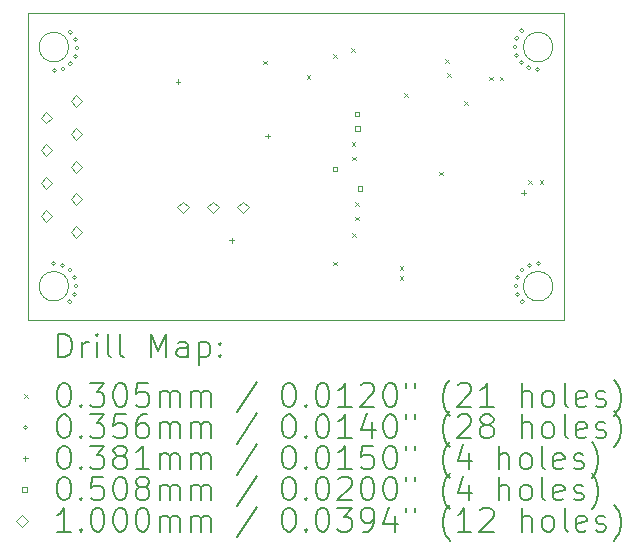
<source format=gbr>
%TF.GenerationSoftware,KiCad,Pcbnew,8.0.9-8.0.9-0~ubuntu20.04.1*%
%TF.CreationDate,2025-08-07T15:34:18-05:00*%
%TF.ProjectId,PLATO_JUNCTION_BOARD,504c4154-4f5f-44a5-954e-4354494f4e5f,rev?*%
%TF.SameCoordinates,Original*%
%TF.FileFunction,Drillmap*%
%TF.FilePolarity,Positive*%
%FSLAX45Y45*%
G04 Gerber Fmt 4.5, Leading zero omitted, Abs format (unit mm)*
G04 Created by KiCad (PCBNEW 8.0.9-8.0.9-0~ubuntu20.04.1) date 2025-08-07 15:34:18*
%MOMM*%
%LPD*%
G01*
G04 APERTURE LIST*
%ADD10C,0.050000*%
%ADD11C,0.200000*%
%ADD12C,0.100000*%
G04 APERTURE END LIST*
D10*
X10345000Y-10137500D02*
G75*
G02*
X10095000Y-10137500I-125000J0D01*
G01*
X10095000Y-10137500D02*
G75*
G02*
X10345000Y-10137500I125000J0D01*
G01*
X14540000Y-12450000D02*
X10000000Y-12450000D01*
X14540000Y-9850000D02*
X14540000Y-12450000D01*
X10000000Y-12450000D02*
X10000000Y-9850000D01*
X10345000Y-12162500D02*
G75*
G02*
X10095000Y-12162500I-125000J0D01*
G01*
X10095000Y-12162500D02*
G75*
G02*
X10345000Y-12162500I125000J0D01*
G01*
X14445000Y-10137500D02*
G75*
G02*
X14195000Y-10137500I-125000J0D01*
G01*
X14195000Y-10137500D02*
G75*
G02*
X14445000Y-10137500I125000J0D01*
G01*
X10000000Y-9850000D02*
X14540000Y-9850000D01*
X14445000Y-12162500D02*
G75*
G02*
X14195000Y-12162500I-125000J0D01*
G01*
X14195000Y-12162500D02*
G75*
G02*
X14445000Y-12162500I125000J0D01*
G01*
D11*
D12*
X11994760Y-10254760D02*
X12025240Y-10285240D01*
X12025240Y-10254760D02*
X11994760Y-10285240D01*
X12360760Y-10374760D02*
X12391240Y-10405240D01*
X12391240Y-10374760D02*
X12360760Y-10405240D01*
X12583700Y-10199760D02*
X12614180Y-10230240D01*
X12614180Y-10199760D02*
X12583700Y-10230240D01*
X12584760Y-11954760D02*
X12615240Y-11985240D01*
X12615240Y-11954760D02*
X12584760Y-11985240D01*
X12736760Y-10145760D02*
X12767240Y-10176240D01*
X12767240Y-10145760D02*
X12736760Y-10176240D01*
X12741510Y-10941510D02*
X12771990Y-10971990D01*
X12771990Y-10941510D02*
X12741510Y-10971990D01*
X12744760Y-11065760D02*
X12775240Y-11096240D01*
X12775240Y-11065760D02*
X12744760Y-11096240D01*
X12744760Y-11714760D02*
X12775240Y-11745240D01*
X12775240Y-11714760D02*
X12744760Y-11745240D01*
X12769760Y-11449760D02*
X12800240Y-11480240D01*
X12800240Y-11449760D02*
X12769760Y-11480240D01*
X12769760Y-11574760D02*
X12800240Y-11605240D01*
X12800240Y-11574760D02*
X12769760Y-11605240D01*
X13148096Y-11994260D02*
X13178576Y-12024740D01*
X13178576Y-11994260D02*
X13148096Y-12024740D01*
X13148096Y-12075260D02*
X13178576Y-12105740D01*
X13178576Y-12075260D02*
X13148096Y-12105740D01*
X13184760Y-10529760D02*
X13215240Y-10560240D01*
X13215240Y-10529760D02*
X13184760Y-10560240D01*
X13484760Y-11192760D02*
X13515240Y-11223240D01*
X13515240Y-11192760D02*
X13484760Y-11223240D01*
X13534760Y-10239760D02*
X13565240Y-10270240D01*
X13565240Y-10239760D02*
X13534760Y-10270240D01*
X13549760Y-10359760D02*
X13580240Y-10390240D01*
X13580240Y-10359760D02*
X13549760Y-10390240D01*
X13694760Y-10594760D02*
X13725240Y-10625240D01*
X13725240Y-10594760D02*
X13694760Y-10625240D01*
X13904760Y-10389760D02*
X13935240Y-10420240D01*
X13935240Y-10389760D02*
X13904760Y-10420240D01*
X13994760Y-10389902D02*
X14025240Y-10420382D01*
X14025240Y-10389902D02*
X13994760Y-10420382D01*
X14234760Y-11264760D02*
X14265240Y-11295240D01*
X14265240Y-11264760D02*
X14234760Y-11295240D01*
X14334760Y-11264760D02*
X14365240Y-11295240D01*
X14365240Y-11264760D02*
X14334760Y-11295240D01*
X10237780Y-11970000D02*
G75*
G02*
X10202220Y-11970000I-17780J0D01*
G01*
X10202220Y-11970000D02*
G75*
G02*
X10237780Y-11970000I17780J0D01*
G01*
X10243431Y-10335645D02*
G75*
G02*
X10207871Y-10335645I-17780J0D01*
G01*
X10207871Y-10335645D02*
G75*
G02*
X10243431Y-10335645I17780J0D01*
G01*
X10310488Y-11984465D02*
G75*
G02*
X10274928Y-11984465I-17780J0D01*
G01*
X10274928Y-11984465D02*
G75*
G02*
X10310488Y-11984465I17780J0D01*
G01*
X10316140Y-10321184D02*
G75*
G02*
X10280580Y-10321184I-17780J0D01*
G01*
X10280580Y-10321184D02*
G75*
G02*
X10316140Y-10321184I17780J0D01*
G01*
X10372119Y-12294347D02*
G75*
G02*
X10336559Y-12294347I-17780J0D01*
G01*
X10336559Y-12294347D02*
G75*
G02*
X10372119Y-12294347I17780J0D01*
G01*
X10372126Y-12025652D02*
G75*
G02*
X10336566Y-12025652I-17780J0D01*
G01*
X10336566Y-12025652D02*
G75*
G02*
X10372126Y-12025652I17780J0D01*
G01*
X10377780Y-10280000D02*
G75*
G02*
X10342220Y-10280000I-17780J0D01*
G01*
X10342220Y-10280000D02*
G75*
G02*
X10377780Y-10280000I17780J0D01*
G01*
X10377787Y-10011305D02*
G75*
G02*
X10342227Y-10011305I-17780J0D01*
G01*
X10342227Y-10011305D02*
G75*
G02*
X10377787Y-10011305I17780J0D01*
G01*
X10413306Y-12232709D02*
G75*
G02*
X10377746Y-12232709I-17780J0D01*
G01*
X10377746Y-12232709D02*
G75*
G02*
X10413306Y-12232709I17780J0D01*
G01*
X10413310Y-12087292D02*
G75*
G02*
X10377750Y-12087292I-17780J0D01*
G01*
X10377750Y-12087292D02*
G75*
G02*
X10413310Y-12087292I17780J0D01*
G01*
X10418968Y-10218362D02*
G75*
G02*
X10383408Y-10218362I-17780J0D01*
G01*
X10383408Y-10218362D02*
G75*
G02*
X10418968Y-10218362I17780J0D01*
G01*
X10418972Y-10072945D02*
G75*
G02*
X10383412Y-10072945I-17780J0D01*
G01*
X10383412Y-10072945D02*
G75*
G02*
X10418972Y-10072945I17780J0D01*
G01*
X10427771Y-12160001D02*
G75*
G02*
X10392211Y-12160001I-17780J0D01*
G01*
X10392211Y-12160001D02*
G75*
G02*
X10427771Y-12160001I17780J0D01*
G01*
X10433432Y-10145654D02*
G75*
G02*
X10397872Y-10145654I-17780J0D01*
G01*
X10397872Y-10145654D02*
G75*
G02*
X10433432Y-10145654I17780J0D01*
G01*
X14142258Y-10135530D02*
G75*
G02*
X14106698Y-10135530I-17780J0D01*
G01*
X14106698Y-10135530D02*
G75*
G02*
X14142258Y-10135530I17780J0D01*
G01*
X14147953Y-12160001D02*
G75*
G02*
X14112393Y-12160001I-17780J0D01*
G01*
X14112393Y-12160001D02*
G75*
G02*
X14147953Y-12160001I17780J0D01*
G01*
X14156719Y-10208238D02*
G75*
G02*
X14121159Y-10208238I-17780J0D01*
G01*
X14121159Y-10208238D02*
G75*
G02*
X14156719Y-10208238I17780J0D01*
G01*
X14156723Y-10062822D02*
G75*
G02*
X14121163Y-10062822I-17780J0D01*
G01*
X14121163Y-10062822D02*
G75*
G02*
X14156723Y-10062822I17780J0D01*
G01*
X14162414Y-12232710D02*
G75*
G02*
X14126854Y-12232710I-17780J0D01*
G01*
X14126854Y-12232710D02*
G75*
G02*
X14162414Y-12232710I17780J0D01*
G01*
X14162417Y-12087293D02*
G75*
G02*
X14126857Y-12087293I-17780J0D01*
G01*
X14126857Y-12087293D02*
G75*
G02*
X14162417Y-12087293I17780J0D01*
G01*
X14197903Y-10269879D02*
G75*
G02*
X14162343Y-10269879I-17780J0D01*
G01*
X14162343Y-10269879D02*
G75*
G02*
X14197903Y-10269879I17780J0D01*
G01*
X14197910Y-10001184D02*
G75*
G02*
X14162350Y-10001184I-17780J0D01*
G01*
X14162350Y-10001184D02*
G75*
G02*
X14197910Y-10001184I17780J0D01*
G01*
X14203598Y-12294350D02*
G75*
G02*
X14168038Y-12294350I-17780J0D01*
G01*
X14168038Y-12294350D02*
G75*
G02*
X14203598Y-12294350I17780J0D01*
G01*
X14203605Y-12025655D02*
G75*
G02*
X14168045Y-12025655I-17780J0D01*
G01*
X14168045Y-12025655D02*
G75*
G02*
X14203605Y-12025655I17780J0D01*
G01*
X14259541Y-10311066D02*
G75*
G02*
X14223981Y-10311066I-17780J0D01*
G01*
X14223981Y-10311066D02*
G75*
G02*
X14259541Y-10311066I17780J0D01*
G01*
X14265245Y-11984471D02*
G75*
G02*
X14229685Y-11984471I-17780J0D01*
G01*
X14229685Y-11984471D02*
G75*
G02*
X14265245Y-11984471I17780J0D01*
G01*
X14332249Y-10325531D02*
G75*
G02*
X14296689Y-10325531I-17780J0D01*
G01*
X14296689Y-10325531D02*
G75*
G02*
X14332249Y-10325531I17780J0D01*
G01*
X14337954Y-11970010D02*
G75*
G02*
X14302394Y-11970010I-17780J0D01*
G01*
X14302394Y-11970010D02*
G75*
G02*
X14337954Y-11970010I17780J0D01*
G01*
X11270000Y-10410950D02*
X11270000Y-10449050D01*
X11250950Y-10430000D02*
X11289050Y-10430000D01*
X11725000Y-11755950D02*
X11725000Y-11794050D01*
X11705950Y-11775000D02*
X11744050Y-11775000D01*
X12030000Y-10870950D02*
X12030000Y-10909050D01*
X12010950Y-10890000D02*
X12049050Y-10890000D01*
X14197897Y-11350950D02*
X14197897Y-11389050D01*
X14178847Y-11370000D02*
X14216947Y-11370000D01*
X12617961Y-11187961D02*
X12617961Y-11152039D01*
X12582039Y-11152039D01*
X12582039Y-11187961D01*
X12617961Y-11187961D01*
X12802961Y-10719570D02*
X12802961Y-10683649D01*
X12767039Y-10683649D01*
X12767039Y-10719570D01*
X12802961Y-10719570D01*
X12807961Y-10844961D02*
X12807961Y-10809039D01*
X12772039Y-10809039D01*
X12772039Y-10844961D01*
X12807961Y-10844961D01*
X12827961Y-11352961D02*
X12827961Y-11317039D01*
X12792039Y-11317039D01*
X12792039Y-11352961D01*
X12827961Y-11352961D01*
X10157033Y-10784500D02*
X10207033Y-10734500D01*
X10157033Y-10684500D01*
X10107033Y-10734500D01*
X10157033Y-10784500D01*
X10157033Y-11061500D02*
X10207033Y-11011500D01*
X10157033Y-10961500D01*
X10107033Y-11011500D01*
X10157033Y-11061500D01*
X10157033Y-11338500D02*
X10207033Y-11288500D01*
X10157033Y-11238500D01*
X10107033Y-11288500D01*
X10157033Y-11338500D01*
X10157033Y-11615500D02*
X10207033Y-11565500D01*
X10157033Y-11515500D01*
X10107033Y-11565500D01*
X10157033Y-11615500D01*
X10411033Y-10646000D02*
X10461033Y-10596000D01*
X10411033Y-10546000D01*
X10361033Y-10596000D01*
X10411033Y-10646000D01*
X10411033Y-10923000D02*
X10461033Y-10873000D01*
X10411033Y-10823000D01*
X10361033Y-10873000D01*
X10411033Y-10923000D01*
X10411033Y-11200000D02*
X10461033Y-11150000D01*
X10411033Y-11100000D01*
X10361033Y-11150000D01*
X10411033Y-11200000D01*
X10411033Y-11477000D02*
X10461033Y-11427000D01*
X10411033Y-11377000D01*
X10361033Y-11427000D01*
X10411033Y-11477000D01*
X10411033Y-11754000D02*
X10461033Y-11704000D01*
X10411033Y-11654000D01*
X10361033Y-11704000D01*
X10411033Y-11754000D01*
X11311700Y-11545750D02*
X11361700Y-11495750D01*
X11311700Y-11445750D01*
X11261700Y-11495750D01*
X11311700Y-11545750D01*
X11565700Y-11545750D02*
X11615700Y-11495750D01*
X11565700Y-11445750D01*
X11515700Y-11495750D01*
X11565700Y-11545750D01*
X11819700Y-11545750D02*
X11869700Y-11495750D01*
X11819700Y-11445750D01*
X11769700Y-11495750D01*
X11819700Y-11545750D01*
D11*
X10258277Y-12763984D02*
X10258277Y-12563984D01*
X10258277Y-12563984D02*
X10305896Y-12563984D01*
X10305896Y-12563984D02*
X10334467Y-12573508D01*
X10334467Y-12573508D02*
X10353515Y-12592555D01*
X10353515Y-12592555D02*
X10363039Y-12611603D01*
X10363039Y-12611603D02*
X10372563Y-12649698D01*
X10372563Y-12649698D02*
X10372563Y-12678269D01*
X10372563Y-12678269D02*
X10363039Y-12716365D01*
X10363039Y-12716365D02*
X10353515Y-12735412D01*
X10353515Y-12735412D02*
X10334467Y-12754460D01*
X10334467Y-12754460D02*
X10305896Y-12763984D01*
X10305896Y-12763984D02*
X10258277Y-12763984D01*
X10458277Y-12763984D02*
X10458277Y-12630650D01*
X10458277Y-12668746D02*
X10467801Y-12649698D01*
X10467801Y-12649698D02*
X10477324Y-12640174D01*
X10477324Y-12640174D02*
X10496372Y-12630650D01*
X10496372Y-12630650D02*
X10515420Y-12630650D01*
X10582086Y-12763984D02*
X10582086Y-12630650D01*
X10582086Y-12563984D02*
X10572563Y-12573508D01*
X10572563Y-12573508D02*
X10582086Y-12583031D01*
X10582086Y-12583031D02*
X10591610Y-12573508D01*
X10591610Y-12573508D02*
X10582086Y-12563984D01*
X10582086Y-12563984D02*
X10582086Y-12583031D01*
X10705896Y-12763984D02*
X10686848Y-12754460D01*
X10686848Y-12754460D02*
X10677324Y-12735412D01*
X10677324Y-12735412D02*
X10677324Y-12563984D01*
X10810658Y-12763984D02*
X10791610Y-12754460D01*
X10791610Y-12754460D02*
X10782086Y-12735412D01*
X10782086Y-12735412D02*
X10782086Y-12563984D01*
X11039229Y-12763984D02*
X11039229Y-12563984D01*
X11039229Y-12563984D02*
X11105896Y-12706841D01*
X11105896Y-12706841D02*
X11172563Y-12563984D01*
X11172563Y-12563984D02*
X11172563Y-12763984D01*
X11353515Y-12763984D02*
X11353515Y-12659222D01*
X11353515Y-12659222D02*
X11343991Y-12640174D01*
X11343991Y-12640174D02*
X11324943Y-12630650D01*
X11324943Y-12630650D02*
X11286848Y-12630650D01*
X11286848Y-12630650D02*
X11267801Y-12640174D01*
X11353515Y-12754460D02*
X11334467Y-12763984D01*
X11334467Y-12763984D02*
X11286848Y-12763984D01*
X11286848Y-12763984D02*
X11267801Y-12754460D01*
X11267801Y-12754460D02*
X11258277Y-12735412D01*
X11258277Y-12735412D02*
X11258277Y-12716365D01*
X11258277Y-12716365D02*
X11267801Y-12697317D01*
X11267801Y-12697317D02*
X11286848Y-12687793D01*
X11286848Y-12687793D02*
X11334467Y-12687793D01*
X11334467Y-12687793D02*
X11353515Y-12678269D01*
X11448753Y-12630650D02*
X11448753Y-12830650D01*
X11448753Y-12640174D02*
X11467801Y-12630650D01*
X11467801Y-12630650D02*
X11505896Y-12630650D01*
X11505896Y-12630650D02*
X11524943Y-12640174D01*
X11524943Y-12640174D02*
X11534467Y-12649698D01*
X11534467Y-12649698D02*
X11543991Y-12668746D01*
X11543991Y-12668746D02*
X11543991Y-12725888D01*
X11543991Y-12725888D02*
X11534467Y-12744936D01*
X11534467Y-12744936D02*
X11524943Y-12754460D01*
X11524943Y-12754460D02*
X11505896Y-12763984D01*
X11505896Y-12763984D02*
X11467801Y-12763984D01*
X11467801Y-12763984D02*
X11448753Y-12754460D01*
X11629705Y-12744936D02*
X11639229Y-12754460D01*
X11639229Y-12754460D02*
X11629705Y-12763984D01*
X11629705Y-12763984D02*
X11620182Y-12754460D01*
X11620182Y-12754460D02*
X11629705Y-12744936D01*
X11629705Y-12744936D02*
X11629705Y-12763984D01*
X11629705Y-12640174D02*
X11639229Y-12649698D01*
X11639229Y-12649698D02*
X11629705Y-12659222D01*
X11629705Y-12659222D02*
X11620182Y-12649698D01*
X11620182Y-12649698D02*
X11629705Y-12640174D01*
X11629705Y-12640174D02*
X11629705Y-12659222D01*
D12*
X9967020Y-13077260D02*
X9997500Y-13107740D01*
X9997500Y-13077260D02*
X9967020Y-13107740D01*
D11*
X10296372Y-12983984D02*
X10315420Y-12983984D01*
X10315420Y-12983984D02*
X10334467Y-12993508D01*
X10334467Y-12993508D02*
X10343991Y-13003031D01*
X10343991Y-13003031D02*
X10353515Y-13022079D01*
X10353515Y-13022079D02*
X10363039Y-13060174D01*
X10363039Y-13060174D02*
X10363039Y-13107793D01*
X10363039Y-13107793D02*
X10353515Y-13145888D01*
X10353515Y-13145888D02*
X10343991Y-13164936D01*
X10343991Y-13164936D02*
X10334467Y-13174460D01*
X10334467Y-13174460D02*
X10315420Y-13183984D01*
X10315420Y-13183984D02*
X10296372Y-13183984D01*
X10296372Y-13183984D02*
X10277324Y-13174460D01*
X10277324Y-13174460D02*
X10267801Y-13164936D01*
X10267801Y-13164936D02*
X10258277Y-13145888D01*
X10258277Y-13145888D02*
X10248753Y-13107793D01*
X10248753Y-13107793D02*
X10248753Y-13060174D01*
X10248753Y-13060174D02*
X10258277Y-13022079D01*
X10258277Y-13022079D02*
X10267801Y-13003031D01*
X10267801Y-13003031D02*
X10277324Y-12993508D01*
X10277324Y-12993508D02*
X10296372Y-12983984D01*
X10448753Y-13164936D02*
X10458277Y-13174460D01*
X10458277Y-13174460D02*
X10448753Y-13183984D01*
X10448753Y-13183984D02*
X10439229Y-13174460D01*
X10439229Y-13174460D02*
X10448753Y-13164936D01*
X10448753Y-13164936D02*
X10448753Y-13183984D01*
X10524944Y-12983984D02*
X10648753Y-12983984D01*
X10648753Y-12983984D02*
X10582086Y-13060174D01*
X10582086Y-13060174D02*
X10610658Y-13060174D01*
X10610658Y-13060174D02*
X10629705Y-13069698D01*
X10629705Y-13069698D02*
X10639229Y-13079222D01*
X10639229Y-13079222D02*
X10648753Y-13098269D01*
X10648753Y-13098269D02*
X10648753Y-13145888D01*
X10648753Y-13145888D02*
X10639229Y-13164936D01*
X10639229Y-13164936D02*
X10629705Y-13174460D01*
X10629705Y-13174460D02*
X10610658Y-13183984D01*
X10610658Y-13183984D02*
X10553515Y-13183984D01*
X10553515Y-13183984D02*
X10534467Y-13174460D01*
X10534467Y-13174460D02*
X10524944Y-13164936D01*
X10772563Y-12983984D02*
X10791610Y-12983984D01*
X10791610Y-12983984D02*
X10810658Y-12993508D01*
X10810658Y-12993508D02*
X10820182Y-13003031D01*
X10820182Y-13003031D02*
X10829705Y-13022079D01*
X10829705Y-13022079D02*
X10839229Y-13060174D01*
X10839229Y-13060174D02*
X10839229Y-13107793D01*
X10839229Y-13107793D02*
X10829705Y-13145888D01*
X10829705Y-13145888D02*
X10820182Y-13164936D01*
X10820182Y-13164936D02*
X10810658Y-13174460D01*
X10810658Y-13174460D02*
X10791610Y-13183984D01*
X10791610Y-13183984D02*
X10772563Y-13183984D01*
X10772563Y-13183984D02*
X10753515Y-13174460D01*
X10753515Y-13174460D02*
X10743991Y-13164936D01*
X10743991Y-13164936D02*
X10734467Y-13145888D01*
X10734467Y-13145888D02*
X10724944Y-13107793D01*
X10724944Y-13107793D02*
X10724944Y-13060174D01*
X10724944Y-13060174D02*
X10734467Y-13022079D01*
X10734467Y-13022079D02*
X10743991Y-13003031D01*
X10743991Y-13003031D02*
X10753515Y-12993508D01*
X10753515Y-12993508D02*
X10772563Y-12983984D01*
X11020182Y-12983984D02*
X10924944Y-12983984D01*
X10924944Y-12983984D02*
X10915420Y-13079222D01*
X10915420Y-13079222D02*
X10924944Y-13069698D01*
X10924944Y-13069698D02*
X10943991Y-13060174D01*
X10943991Y-13060174D02*
X10991610Y-13060174D01*
X10991610Y-13060174D02*
X11010658Y-13069698D01*
X11010658Y-13069698D02*
X11020182Y-13079222D01*
X11020182Y-13079222D02*
X11029705Y-13098269D01*
X11029705Y-13098269D02*
X11029705Y-13145888D01*
X11029705Y-13145888D02*
X11020182Y-13164936D01*
X11020182Y-13164936D02*
X11010658Y-13174460D01*
X11010658Y-13174460D02*
X10991610Y-13183984D01*
X10991610Y-13183984D02*
X10943991Y-13183984D01*
X10943991Y-13183984D02*
X10924944Y-13174460D01*
X10924944Y-13174460D02*
X10915420Y-13164936D01*
X11115420Y-13183984D02*
X11115420Y-13050650D01*
X11115420Y-13069698D02*
X11124944Y-13060174D01*
X11124944Y-13060174D02*
X11143991Y-13050650D01*
X11143991Y-13050650D02*
X11172563Y-13050650D01*
X11172563Y-13050650D02*
X11191610Y-13060174D01*
X11191610Y-13060174D02*
X11201134Y-13079222D01*
X11201134Y-13079222D02*
X11201134Y-13183984D01*
X11201134Y-13079222D02*
X11210658Y-13060174D01*
X11210658Y-13060174D02*
X11229705Y-13050650D01*
X11229705Y-13050650D02*
X11258277Y-13050650D01*
X11258277Y-13050650D02*
X11277324Y-13060174D01*
X11277324Y-13060174D02*
X11286848Y-13079222D01*
X11286848Y-13079222D02*
X11286848Y-13183984D01*
X11382086Y-13183984D02*
X11382086Y-13050650D01*
X11382086Y-13069698D02*
X11391610Y-13060174D01*
X11391610Y-13060174D02*
X11410658Y-13050650D01*
X11410658Y-13050650D02*
X11439229Y-13050650D01*
X11439229Y-13050650D02*
X11458277Y-13060174D01*
X11458277Y-13060174D02*
X11467801Y-13079222D01*
X11467801Y-13079222D02*
X11467801Y-13183984D01*
X11467801Y-13079222D02*
X11477324Y-13060174D01*
X11477324Y-13060174D02*
X11496372Y-13050650D01*
X11496372Y-13050650D02*
X11524943Y-13050650D01*
X11524943Y-13050650D02*
X11543991Y-13060174D01*
X11543991Y-13060174D02*
X11553515Y-13079222D01*
X11553515Y-13079222D02*
X11553515Y-13183984D01*
X11943991Y-12974460D02*
X11772563Y-13231603D01*
X12201134Y-12983984D02*
X12220182Y-12983984D01*
X12220182Y-12983984D02*
X12239229Y-12993508D01*
X12239229Y-12993508D02*
X12248753Y-13003031D01*
X12248753Y-13003031D02*
X12258277Y-13022079D01*
X12258277Y-13022079D02*
X12267801Y-13060174D01*
X12267801Y-13060174D02*
X12267801Y-13107793D01*
X12267801Y-13107793D02*
X12258277Y-13145888D01*
X12258277Y-13145888D02*
X12248753Y-13164936D01*
X12248753Y-13164936D02*
X12239229Y-13174460D01*
X12239229Y-13174460D02*
X12220182Y-13183984D01*
X12220182Y-13183984D02*
X12201134Y-13183984D01*
X12201134Y-13183984D02*
X12182086Y-13174460D01*
X12182086Y-13174460D02*
X12172563Y-13164936D01*
X12172563Y-13164936D02*
X12163039Y-13145888D01*
X12163039Y-13145888D02*
X12153515Y-13107793D01*
X12153515Y-13107793D02*
X12153515Y-13060174D01*
X12153515Y-13060174D02*
X12163039Y-13022079D01*
X12163039Y-13022079D02*
X12172563Y-13003031D01*
X12172563Y-13003031D02*
X12182086Y-12993508D01*
X12182086Y-12993508D02*
X12201134Y-12983984D01*
X12353515Y-13164936D02*
X12363039Y-13174460D01*
X12363039Y-13174460D02*
X12353515Y-13183984D01*
X12353515Y-13183984D02*
X12343991Y-13174460D01*
X12343991Y-13174460D02*
X12353515Y-13164936D01*
X12353515Y-13164936D02*
X12353515Y-13183984D01*
X12486848Y-12983984D02*
X12505896Y-12983984D01*
X12505896Y-12983984D02*
X12524944Y-12993508D01*
X12524944Y-12993508D02*
X12534467Y-13003031D01*
X12534467Y-13003031D02*
X12543991Y-13022079D01*
X12543991Y-13022079D02*
X12553515Y-13060174D01*
X12553515Y-13060174D02*
X12553515Y-13107793D01*
X12553515Y-13107793D02*
X12543991Y-13145888D01*
X12543991Y-13145888D02*
X12534467Y-13164936D01*
X12534467Y-13164936D02*
X12524944Y-13174460D01*
X12524944Y-13174460D02*
X12505896Y-13183984D01*
X12505896Y-13183984D02*
X12486848Y-13183984D01*
X12486848Y-13183984D02*
X12467801Y-13174460D01*
X12467801Y-13174460D02*
X12458277Y-13164936D01*
X12458277Y-13164936D02*
X12448753Y-13145888D01*
X12448753Y-13145888D02*
X12439229Y-13107793D01*
X12439229Y-13107793D02*
X12439229Y-13060174D01*
X12439229Y-13060174D02*
X12448753Y-13022079D01*
X12448753Y-13022079D02*
X12458277Y-13003031D01*
X12458277Y-13003031D02*
X12467801Y-12993508D01*
X12467801Y-12993508D02*
X12486848Y-12983984D01*
X12743991Y-13183984D02*
X12629706Y-13183984D01*
X12686848Y-13183984D02*
X12686848Y-12983984D01*
X12686848Y-12983984D02*
X12667801Y-13012555D01*
X12667801Y-13012555D02*
X12648753Y-13031603D01*
X12648753Y-13031603D02*
X12629706Y-13041127D01*
X12820182Y-13003031D02*
X12829706Y-12993508D01*
X12829706Y-12993508D02*
X12848753Y-12983984D01*
X12848753Y-12983984D02*
X12896372Y-12983984D01*
X12896372Y-12983984D02*
X12915420Y-12993508D01*
X12915420Y-12993508D02*
X12924944Y-13003031D01*
X12924944Y-13003031D02*
X12934467Y-13022079D01*
X12934467Y-13022079D02*
X12934467Y-13041127D01*
X12934467Y-13041127D02*
X12924944Y-13069698D01*
X12924944Y-13069698D02*
X12810658Y-13183984D01*
X12810658Y-13183984D02*
X12934467Y-13183984D01*
X13058277Y-12983984D02*
X13077325Y-12983984D01*
X13077325Y-12983984D02*
X13096372Y-12993508D01*
X13096372Y-12993508D02*
X13105896Y-13003031D01*
X13105896Y-13003031D02*
X13115420Y-13022079D01*
X13115420Y-13022079D02*
X13124944Y-13060174D01*
X13124944Y-13060174D02*
X13124944Y-13107793D01*
X13124944Y-13107793D02*
X13115420Y-13145888D01*
X13115420Y-13145888D02*
X13105896Y-13164936D01*
X13105896Y-13164936D02*
X13096372Y-13174460D01*
X13096372Y-13174460D02*
X13077325Y-13183984D01*
X13077325Y-13183984D02*
X13058277Y-13183984D01*
X13058277Y-13183984D02*
X13039229Y-13174460D01*
X13039229Y-13174460D02*
X13029706Y-13164936D01*
X13029706Y-13164936D02*
X13020182Y-13145888D01*
X13020182Y-13145888D02*
X13010658Y-13107793D01*
X13010658Y-13107793D02*
X13010658Y-13060174D01*
X13010658Y-13060174D02*
X13020182Y-13022079D01*
X13020182Y-13022079D02*
X13029706Y-13003031D01*
X13029706Y-13003031D02*
X13039229Y-12993508D01*
X13039229Y-12993508D02*
X13058277Y-12983984D01*
X13201134Y-12983984D02*
X13201134Y-13022079D01*
X13277325Y-12983984D02*
X13277325Y-13022079D01*
X13572563Y-13260174D02*
X13563039Y-13250650D01*
X13563039Y-13250650D02*
X13543991Y-13222079D01*
X13543991Y-13222079D02*
X13534468Y-13203031D01*
X13534468Y-13203031D02*
X13524944Y-13174460D01*
X13524944Y-13174460D02*
X13515420Y-13126841D01*
X13515420Y-13126841D02*
X13515420Y-13088746D01*
X13515420Y-13088746D02*
X13524944Y-13041127D01*
X13524944Y-13041127D02*
X13534468Y-13012555D01*
X13534468Y-13012555D02*
X13543991Y-12993508D01*
X13543991Y-12993508D02*
X13563039Y-12964936D01*
X13563039Y-12964936D02*
X13572563Y-12955412D01*
X13639229Y-13003031D02*
X13648753Y-12993508D01*
X13648753Y-12993508D02*
X13667801Y-12983984D01*
X13667801Y-12983984D02*
X13715420Y-12983984D01*
X13715420Y-12983984D02*
X13734468Y-12993508D01*
X13734468Y-12993508D02*
X13743991Y-13003031D01*
X13743991Y-13003031D02*
X13753515Y-13022079D01*
X13753515Y-13022079D02*
X13753515Y-13041127D01*
X13753515Y-13041127D02*
X13743991Y-13069698D01*
X13743991Y-13069698D02*
X13629706Y-13183984D01*
X13629706Y-13183984D02*
X13753515Y-13183984D01*
X13943991Y-13183984D02*
X13829706Y-13183984D01*
X13886848Y-13183984D02*
X13886848Y-12983984D01*
X13886848Y-12983984D02*
X13867801Y-13012555D01*
X13867801Y-13012555D02*
X13848753Y-13031603D01*
X13848753Y-13031603D02*
X13829706Y-13041127D01*
X14182087Y-13183984D02*
X14182087Y-12983984D01*
X14267801Y-13183984D02*
X14267801Y-13079222D01*
X14267801Y-13079222D02*
X14258277Y-13060174D01*
X14258277Y-13060174D02*
X14239230Y-13050650D01*
X14239230Y-13050650D02*
X14210658Y-13050650D01*
X14210658Y-13050650D02*
X14191610Y-13060174D01*
X14191610Y-13060174D02*
X14182087Y-13069698D01*
X14391610Y-13183984D02*
X14372563Y-13174460D01*
X14372563Y-13174460D02*
X14363039Y-13164936D01*
X14363039Y-13164936D02*
X14353515Y-13145888D01*
X14353515Y-13145888D02*
X14353515Y-13088746D01*
X14353515Y-13088746D02*
X14363039Y-13069698D01*
X14363039Y-13069698D02*
X14372563Y-13060174D01*
X14372563Y-13060174D02*
X14391610Y-13050650D01*
X14391610Y-13050650D02*
X14420182Y-13050650D01*
X14420182Y-13050650D02*
X14439230Y-13060174D01*
X14439230Y-13060174D02*
X14448753Y-13069698D01*
X14448753Y-13069698D02*
X14458277Y-13088746D01*
X14458277Y-13088746D02*
X14458277Y-13145888D01*
X14458277Y-13145888D02*
X14448753Y-13164936D01*
X14448753Y-13164936D02*
X14439230Y-13174460D01*
X14439230Y-13174460D02*
X14420182Y-13183984D01*
X14420182Y-13183984D02*
X14391610Y-13183984D01*
X14572563Y-13183984D02*
X14553515Y-13174460D01*
X14553515Y-13174460D02*
X14543991Y-13155412D01*
X14543991Y-13155412D02*
X14543991Y-12983984D01*
X14724944Y-13174460D02*
X14705896Y-13183984D01*
X14705896Y-13183984D02*
X14667801Y-13183984D01*
X14667801Y-13183984D02*
X14648753Y-13174460D01*
X14648753Y-13174460D02*
X14639230Y-13155412D01*
X14639230Y-13155412D02*
X14639230Y-13079222D01*
X14639230Y-13079222D02*
X14648753Y-13060174D01*
X14648753Y-13060174D02*
X14667801Y-13050650D01*
X14667801Y-13050650D02*
X14705896Y-13050650D01*
X14705896Y-13050650D02*
X14724944Y-13060174D01*
X14724944Y-13060174D02*
X14734468Y-13079222D01*
X14734468Y-13079222D02*
X14734468Y-13098269D01*
X14734468Y-13098269D02*
X14639230Y-13117317D01*
X14810658Y-13174460D02*
X14829706Y-13183984D01*
X14829706Y-13183984D02*
X14867801Y-13183984D01*
X14867801Y-13183984D02*
X14886849Y-13174460D01*
X14886849Y-13174460D02*
X14896372Y-13155412D01*
X14896372Y-13155412D02*
X14896372Y-13145888D01*
X14896372Y-13145888D02*
X14886849Y-13126841D01*
X14886849Y-13126841D02*
X14867801Y-13117317D01*
X14867801Y-13117317D02*
X14839230Y-13117317D01*
X14839230Y-13117317D02*
X14820182Y-13107793D01*
X14820182Y-13107793D02*
X14810658Y-13088746D01*
X14810658Y-13088746D02*
X14810658Y-13079222D01*
X14810658Y-13079222D02*
X14820182Y-13060174D01*
X14820182Y-13060174D02*
X14839230Y-13050650D01*
X14839230Y-13050650D02*
X14867801Y-13050650D01*
X14867801Y-13050650D02*
X14886849Y-13060174D01*
X14963039Y-13260174D02*
X14972563Y-13250650D01*
X14972563Y-13250650D02*
X14991611Y-13222079D01*
X14991611Y-13222079D02*
X15001134Y-13203031D01*
X15001134Y-13203031D02*
X15010658Y-13174460D01*
X15010658Y-13174460D02*
X15020182Y-13126841D01*
X15020182Y-13126841D02*
X15020182Y-13088746D01*
X15020182Y-13088746D02*
X15010658Y-13041127D01*
X15010658Y-13041127D02*
X15001134Y-13012555D01*
X15001134Y-13012555D02*
X14991611Y-12993508D01*
X14991611Y-12993508D02*
X14972563Y-12964936D01*
X14972563Y-12964936D02*
X14963039Y-12955412D01*
D12*
X9997500Y-13356500D02*
G75*
G02*
X9961940Y-13356500I-17780J0D01*
G01*
X9961940Y-13356500D02*
G75*
G02*
X9997500Y-13356500I17780J0D01*
G01*
D11*
X10296372Y-13247984D02*
X10315420Y-13247984D01*
X10315420Y-13247984D02*
X10334467Y-13257508D01*
X10334467Y-13257508D02*
X10343991Y-13267031D01*
X10343991Y-13267031D02*
X10353515Y-13286079D01*
X10353515Y-13286079D02*
X10363039Y-13324174D01*
X10363039Y-13324174D02*
X10363039Y-13371793D01*
X10363039Y-13371793D02*
X10353515Y-13409888D01*
X10353515Y-13409888D02*
X10343991Y-13428936D01*
X10343991Y-13428936D02*
X10334467Y-13438460D01*
X10334467Y-13438460D02*
X10315420Y-13447984D01*
X10315420Y-13447984D02*
X10296372Y-13447984D01*
X10296372Y-13447984D02*
X10277324Y-13438460D01*
X10277324Y-13438460D02*
X10267801Y-13428936D01*
X10267801Y-13428936D02*
X10258277Y-13409888D01*
X10258277Y-13409888D02*
X10248753Y-13371793D01*
X10248753Y-13371793D02*
X10248753Y-13324174D01*
X10248753Y-13324174D02*
X10258277Y-13286079D01*
X10258277Y-13286079D02*
X10267801Y-13267031D01*
X10267801Y-13267031D02*
X10277324Y-13257508D01*
X10277324Y-13257508D02*
X10296372Y-13247984D01*
X10448753Y-13428936D02*
X10458277Y-13438460D01*
X10458277Y-13438460D02*
X10448753Y-13447984D01*
X10448753Y-13447984D02*
X10439229Y-13438460D01*
X10439229Y-13438460D02*
X10448753Y-13428936D01*
X10448753Y-13428936D02*
X10448753Y-13447984D01*
X10524944Y-13247984D02*
X10648753Y-13247984D01*
X10648753Y-13247984D02*
X10582086Y-13324174D01*
X10582086Y-13324174D02*
X10610658Y-13324174D01*
X10610658Y-13324174D02*
X10629705Y-13333698D01*
X10629705Y-13333698D02*
X10639229Y-13343222D01*
X10639229Y-13343222D02*
X10648753Y-13362269D01*
X10648753Y-13362269D02*
X10648753Y-13409888D01*
X10648753Y-13409888D02*
X10639229Y-13428936D01*
X10639229Y-13428936D02*
X10629705Y-13438460D01*
X10629705Y-13438460D02*
X10610658Y-13447984D01*
X10610658Y-13447984D02*
X10553515Y-13447984D01*
X10553515Y-13447984D02*
X10534467Y-13438460D01*
X10534467Y-13438460D02*
X10524944Y-13428936D01*
X10829705Y-13247984D02*
X10734467Y-13247984D01*
X10734467Y-13247984D02*
X10724944Y-13343222D01*
X10724944Y-13343222D02*
X10734467Y-13333698D01*
X10734467Y-13333698D02*
X10753515Y-13324174D01*
X10753515Y-13324174D02*
X10801134Y-13324174D01*
X10801134Y-13324174D02*
X10820182Y-13333698D01*
X10820182Y-13333698D02*
X10829705Y-13343222D01*
X10829705Y-13343222D02*
X10839229Y-13362269D01*
X10839229Y-13362269D02*
X10839229Y-13409888D01*
X10839229Y-13409888D02*
X10829705Y-13428936D01*
X10829705Y-13428936D02*
X10820182Y-13438460D01*
X10820182Y-13438460D02*
X10801134Y-13447984D01*
X10801134Y-13447984D02*
X10753515Y-13447984D01*
X10753515Y-13447984D02*
X10734467Y-13438460D01*
X10734467Y-13438460D02*
X10724944Y-13428936D01*
X11010658Y-13247984D02*
X10972563Y-13247984D01*
X10972563Y-13247984D02*
X10953515Y-13257508D01*
X10953515Y-13257508D02*
X10943991Y-13267031D01*
X10943991Y-13267031D02*
X10924944Y-13295603D01*
X10924944Y-13295603D02*
X10915420Y-13333698D01*
X10915420Y-13333698D02*
X10915420Y-13409888D01*
X10915420Y-13409888D02*
X10924944Y-13428936D01*
X10924944Y-13428936D02*
X10934467Y-13438460D01*
X10934467Y-13438460D02*
X10953515Y-13447984D01*
X10953515Y-13447984D02*
X10991610Y-13447984D01*
X10991610Y-13447984D02*
X11010658Y-13438460D01*
X11010658Y-13438460D02*
X11020182Y-13428936D01*
X11020182Y-13428936D02*
X11029705Y-13409888D01*
X11029705Y-13409888D02*
X11029705Y-13362269D01*
X11029705Y-13362269D02*
X11020182Y-13343222D01*
X11020182Y-13343222D02*
X11010658Y-13333698D01*
X11010658Y-13333698D02*
X10991610Y-13324174D01*
X10991610Y-13324174D02*
X10953515Y-13324174D01*
X10953515Y-13324174D02*
X10934467Y-13333698D01*
X10934467Y-13333698D02*
X10924944Y-13343222D01*
X10924944Y-13343222D02*
X10915420Y-13362269D01*
X11115420Y-13447984D02*
X11115420Y-13314650D01*
X11115420Y-13333698D02*
X11124944Y-13324174D01*
X11124944Y-13324174D02*
X11143991Y-13314650D01*
X11143991Y-13314650D02*
X11172563Y-13314650D01*
X11172563Y-13314650D02*
X11191610Y-13324174D01*
X11191610Y-13324174D02*
X11201134Y-13343222D01*
X11201134Y-13343222D02*
X11201134Y-13447984D01*
X11201134Y-13343222D02*
X11210658Y-13324174D01*
X11210658Y-13324174D02*
X11229705Y-13314650D01*
X11229705Y-13314650D02*
X11258277Y-13314650D01*
X11258277Y-13314650D02*
X11277324Y-13324174D01*
X11277324Y-13324174D02*
X11286848Y-13343222D01*
X11286848Y-13343222D02*
X11286848Y-13447984D01*
X11382086Y-13447984D02*
X11382086Y-13314650D01*
X11382086Y-13333698D02*
X11391610Y-13324174D01*
X11391610Y-13324174D02*
X11410658Y-13314650D01*
X11410658Y-13314650D02*
X11439229Y-13314650D01*
X11439229Y-13314650D02*
X11458277Y-13324174D01*
X11458277Y-13324174D02*
X11467801Y-13343222D01*
X11467801Y-13343222D02*
X11467801Y-13447984D01*
X11467801Y-13343222D02*
X11477324Y-13324174D01*
X11477324Y-13324174D02*
X11496372Y-13314650D01*
X11496372Y-13314650D02*
X11524943Y-13314650D01*
X11524943Y-13314650D02*
X11543991Y-13324174D01*
X11543991Y-13324174D02*
X11553515Y-13343222D01*
X11553515Y-13343222D02*
X11553515Y-13447984D01*
X11943991Y-13238460D02*
X11772563Y-13495603D01*
X12201134Y-13247984D02*
X12220182Y-13247984D01*
X12220182Y-13247984D02*
X12239229Y-13257508D01*
X12239229Y-13257508D02*
X12248753Y-13267031D01*
X12248753Y-13267031D02*
X12258277Y-13286079D01*
X12258277Y-13286079D02*
X12267801Y-13324174D01*
X12267801Y-13324174D02*
X12267801Y-13371793D01*
X12267801Y-13371793D02*
X12258277Y-13409888D01*
X12258277Y-13409888D02*
X12248753Y-13428936D01*
X12248753Y-13428936D02*
X12239229Y-13438460D01*
X12239229Y-13438460D02*
X12220182Y-13447984D01*
X12220182Y-13447984D02*
X12201134Y-13447984D01*
X12201134Y-13447984D02*
X12182086Y-13438460D01*
X12182086Y-13438460D02*
X12172563Y-13428936D01*
X12172563Y-13428936D02*
X12163039Y-13409888D01*
X12163039Y-13409888D02*
X12153515Y-13371793D01*
X12153515Y-13371793D02*
X12153515Y-13324174D01*
X12153515Y-13324174D02*
X12163039Y-13286079D01*
X12163039Y-13286079D02*
X12172563Y-13267031D01*
X12172563Y-13267031D02*
X12182086Y-13257508D01*
X12182086Y-13257508D02*
X12201134Y-13247984D01*
X12353515Y-13428936D02*
X12363039Y-13438460D01*
X12363039Y-13438460D02*
X12353515Y-13447984D01*
X12353515Y-13447984D02*
X12343991Y-13438460D01*
X12343991Y-13438460D02*
X12353515Y-13428936D01*
X12353515Y-13428936D02*
X12353515Y-13447984D01*
X12486848Y-13247984D02*
X12505896Y-13247984D01*
X12505896Y-13247984D02*
X12524944Y-13257508D01*
X12524944Y-13257508D02*
X12534467Y-13267031D01*
X12534467Y-13267031D02*
X12543991Y-13286079D01*
X12543991Y-13286079D02*
X12553515Y-13324174D01*
X12553515Y-13324174D02*
X12553515Y-13371793D01*
X12553515Y-13371793D02*
X12543991Y-13409888D01*
X12543991Y-13409888D02*
X12534467Y-13428936D01*
X12534467Y-13428936D02*
X12524944Y-13438460D01*
X12524944Y-13438460D02*
X12505896Y-13447984D01*
X12505896Y-13447984D02*
X12486848Y-13447984D01*
X12486848Y-13447984D02*
X12467801Y-13438460D01*
X12467801Y-13438460D02*
X12458277Y-13428936D01*
X12458277Y-13428936D02*
X12448753Y-13409888D01*
X12448753Y-13409888D02*
X12439229Y-13371793D01*
X12439229Y-13371793D02*
X12439229Y-13324174D01*
X12439229Y-13324174D02*
X12448753Y-13286079D01*
X12448753Y-13286079D02*
X12458277Y-13267031D01*
X12458277Y-13267031D02*
X12467801Y-13257508D01*
X12467801Y-13257508D02*
X12486848Y-13247984D01*
X12743991Y-13447984D02*
X12629706Y-13447984D01*
X12686848Y-13447984D02*
X12686848Y-13247984D01*
X12686848Y-13247984D02*
X12667801Y-13276555D01*
X12667801Y-13276555D02*
X12648753Y-13295603D01*
X12648753Y-13295603D02*
X12629706Y-13305127D01*
X12915420Y-13314650D02*
X12915420Y-13447984D01*
X12867801Y-13238460D02*
X12820182Y-13381317D01*
X12820182Y-13381317D02*
X12943991Y-13381317D01*
X13058277Y-13247984D02*
X13077325Y-13247984D01*
X13077325Y-13247984D02*
X13096372Y-13257508D01*
X13096372Y-13257508D02*
X13105896Y-13267031D01*
X13105896Y-13267031D02*
X13115420Y-13286079D01*
X13115420Y-13286079D02*
X13124944Y-13324174D01*
X13124944Y-13324174D02*
X13124944Y-13371793D01*
X13124944Y-13371793D02*
X13115420Y-13409888D01*
X13115420Y-13409888D02*
X13105896Y-13428936D01*
X13105896Y-13428936D02*
X13096372Y-13438460D01*
X13096372Y-13438460D02*
X13077325Y-13447984D01*
X13077325Y-13447984D02*
X13058277Y-13447984D01*
X13058277Y-13447984D02*
X13039229Y-13438460D01*
X13039229Y-13438460D02*
X13029706Y-13428936D01*
X13029706Y-13428936D02*
X13020182Y-13409888D01*
X13020182Y-13409888D02*
X13010658Y-13371793D01*
X13010658Y-13371793D02*
X13010658Y-13324174D01*
X13010658Y-13324174D02*
X13020182Y-13286079D01*
X13020182Y-13286079D02*
X13029706Y-13267031D01*
X13029706Y-13267031D02*
X13039229Y-13257508D01*
X13039229Y-13257508D02*
X13058277Y-13247984D01*
X13201134Y-13247984D02*
X13201134Y-13286079D01*
X13277325Y-13247984D02*
X13277325Y-13286079D01*
X13572563Y-13524174D02*
X13563039Y-13514650D01*
X13563039Y-13514650D02*
X13543991Y-13486079D01*
X13543991Y-13486079D02*
X13534468Y-13467031D01*
X13534468Y-13467031D02*
X13524944Y-13438460D01*
X13524944Y-13438460D02*
X13515420Y-13390841D01*
X13515420Y-13390841D02*
X13515420Y-13352746D01*
X13515420Y-13352746D02*
X13524944Y-13305127D01*
X13524944Y-13305127D02*
X13534468Y-13276555D01*
X13534468Y-13276555D02*
X13543991Y-13257508D01*
X13543991Y-13257508D02*
X13563039Y-13228936D01*
X13563039Y-13228936D02*
X13572563Y-13219412D01*
X13639229Y-13267031D02*
X13648753Y-13257508D01*
X13648753Y-13257508D02*
X13667801Y-13247984D01*
X13667801Y-13247984D02*
X13715420Y-13247984D01*
X13715420Y-13247984D02*
X13734468Y-13257508D01*
X13734468Y-13257508D02*
X13743991Y-13267031D01*
X13743991Y-13267031D02*
X13753515Y-13286079D01*
X13753515Y-13286079D02*
X13753515Y-13305127D01*
X13753515Y-13305127D02*
X13743991Y-13333698D01*
X13743991Y-13333698D02*
X13629706Y-13447984D01*
X13629706Y-13447984D02*
X13753515Y-13447984D01*
X13867801Y-13333698D02*
X13848753Y-13324174D01*
X13848753Y-13324174D02*
X13839229Y-13314650D01*
X13839229Y-13314650D02*
X13829706Y-13295603D01*
X13829706Y-13295603D02*
X13829706Y-13286079D01*
X13829706Y-13286079D02*
X13839229Y-13267031D01*
X13839229Y-13267031D02*
X13848753Y-13257508D01*
X13848753Y-13257508D02*
X13867801Y-13247984D01*
X13867801Y-13247984D02*
X13905896Y-13247984D01*
X13905896Y-13247984D02*
X13924944Y-13257508D01*
X13924944Y-13257508D02*
X13934468Y-13267031D01*
X13934468Y-13267031D02*
X13943991Y-13286079D01*
X13943991Y-13286079D02*
X13943991Y-13295603D01*
X13943991Y-13295603D02*
X13934468Y-13314650D01*
X13934468Y-13314650D02*
X13924944Y-13324174D01*
X13924944Y-13324174D02*
X13905896Y-13333698D01*
X13905896Y-13333698D02*
X13867801Y-13333698D01*
X13867801Y-13333698D02*
X13848753Y-13343222D01*
X13848753Y-13343222D02*
X13839229Y-13352746D01*
X13839229Y-13352746D02*
X13829706Y-13371793D01*
X13829706Y-13371793D02*
X13829706Y-13409888D01*
X13829706Y-13409888D02*
X13839229Y-13428936D01*
X13839229Y-13428936D02*
X13848753Y-13438460D01*
X13848753Y-13438460D02*
X13867801Y-13447984D01*
X13867801Y-13447984D02*
X13905896Y-13447984D01*
X13905896Y-13447984D02*
X13924944Y-13438460D01*
X13924944Y-13438460D02*
X13934468Y-13428936D01*
X13934468Y-13428936D02*
X13943991Y-13409888D01*
X13943991Y-13409888D02*
X13943991Y-13371793D01*
X13943991Y-13371793D02*
X13934468Y-13352746D01*
X13934468Y-13352746D02*
X13924944Y-13343222D01*
X13924944Y-13343222D02*
X13905896Y-13333698D01*
X14182087Y-13447984D02*
X14182087Y-13247984D01*
X14267801Y-13447984D02*
X14267801Y-13343222D01*
X14267801Y-13343222D02*
X14258277Y-13324174D01*
X14258277Y-13324174D02*
X14239230Y-13314650D01*
X14239230Y-13314650D02*
X14210658Y-13314650D01*
X14210658Y-13314650D02*
X14191610Y-13324174D01*
X14191610Y-13324174D02*
X14182087Y-13333698D01*
X14391610Y-13447984D02*
X14372563Y-13438460D01*
X14372563Y-13438460D02*
X14363039Y-13428936D01*
X14363039Y-13428936D02*
X14353515Y-13409888D01*
X14353515Y-13409888D02*
X14353515Y-13352746D01*
X14353515Y-13352746D02*
X14363039Y-13333698D01*
X14363039Y-13333698D02*
X14372563Y-13324174D01*
X14372563Y-13324174D02*
X14391610Y-13314650D01*
X14391610Y-13314650D02*
X14420182Y-13314650D01*
X14420182Y-13314650D02*
X14439230Y-13324174D01*
X14439230Y-13324174D02*
X14448753Y-13333698D01*
X14448753Y-13333698D02*
X14458277Y-13352746D01*
X14458277Y-13352746D02*
X14458277Y-13409888D01*
X14458277Y-13409888D02*
X14448753Y-13428936D01*
X14448753Y-13428936D02*
X14439230Y-13438460D01*
X14439230Y-13438460D02*
X14420182Y-13447984D01*
X14420182Y-13447984D02*
X14391610Y-13447984D01*
X14572563Y-13447984D02*
X14553515Y-13438460D01*
X14553515Y-13438460D02*
X14543991Y-13419412D01*
X14543991Y-13419412D02*
X14543991Y-13247984D01*
X14724944Y-13438460D02*
X14705896Y-13447984D01*
X14705896Y-13447984D02*
X14667801Y-13447984D01*
X14667801Y-13447984D02*
X14648753Y-13438460D01*
X14648753Y-13438460D02*
X14639230Y-13419412D01*
X14639230Y-13419412D02*
X14639230Y-13343222D01*
X14639230Y-13343222D02*
X14648753Y-13324174D01*
X14648753Y-13324174D02*
X14667801Y-13314650D01*
X14667801Y-13314650D02*
X14705896Y-13314650D01*
X14705896Y-13314650D02*
X14724944Y-13324174D01*
X14724944Y-13324174D02*
X14734468Y-13343222D01*
X14734468Y-13343222D02*
X14734468Y-13362269D01*
X14734468Y-13362269D02*
X14639230Y-13381317D01*
X14810658Y-13438460D02*
X14829706Y-13447984D01*
X14829706Y-13447984D02*
X14867801Y-13447984D01*
X14867801Y-13447984D02*
X14886849Y-13438460D01*
X14886849Y-13438460D02*
X14896372Y-13419412D01*
X14896372Y-13419412D02*
X14896372Y-13409888D01*
X14896372Y-13409888D02*
X14886849Y-13390841D01*
X14886849Y-13390841D02*
X14867801Y-13381317D01*
X14867801Y-13381317D02*
X14839230Y-13381317D01*
X14839230Y-13381317D02*
X14820182Y-13371793D01*
X14820182Y-13371793D02*
X14810658Y-13352746D01*
X14810658Y-13352746D02*
X14810658Y-13343222D01*
X14810658Y-13343222D02*
X14820182Y-13324174D01*
X14820182Y-13324174D02*
X14839230Y-13314650D01*
X14839230Y-13314650D02*
X14867801Y-13314650D01*
X14867801Y-13314650D02*
X14886849Y-13324174D01*
X14963039Y-13524174D02*
X14972563Y-13514650D01*
X14972563Y-13514650D02*
X14991611Y-13486079D01*
X14991611Y-13486079D02*
X15001134Y-13467031D01*
X15001134Y-13467031D02*
X15010658Y-13438460D01*
X15010658Y-13438460D02*
X15020182Y-13390841D01*
X15020182Y-13390841D02*
X15020182Y-13352746D01*
X15020182Y-13352746D02*
X15010658Y-13305127D01*
X15010658Y-13305127D02*
X15001134Y-13276555D01*
X15001134Y-13276555D02*
X14991611Y-13257508D01*
X14991611Y-13257508D02*
X14972563Y-13228936D01*
X14972563Y-13228936D02*
X14963039Y-13219412D01*
D12*
X9978450Y-13601450D02*
X9978450Y-13639550D01*
X9959400Y-13620500D02*
X9997500Y-13620500D01*
D11*
X10296372Y-13511984D02*
X10315420Y-13511984D01*
X10315420Y-13511984D02*
X10334467Y-13521508D01*
X10334467Y-13521508D02*
X10343991Y-13531031D01*
X10343991Y-13531031D02*
X10353515Y-13550079D01*
X10353515Y-13550079D02*
X10363039Y-13588174D01*
X10363039Y-13588174D02*
X10363039Y-13635793D01*
X10363039Y-13635793D02*
X10353515Y-13673888D01*
X10353515Y-13673888D02*
X10343991Y-13692936D01*
X10343991Y-13692936D02*
X10334467Y-13702460D01*
X10334467Y-13702460D02*
X10315420Y-13711984D01*
X10315420Y-13711984D02*
X10296372Y-13711984D01*
X10296372Y-13711984D02*
X10277324Y-13702460D01*
X10277324Y-13702460D02*
X10267801Y-13692936D01*
X10267801Y-13692936D02*
X10258277Y-13673888D01*
X10258277Y-13673888D02*
X10248753Y-13635793D01*
X10248753Y-13635793D02*
X10248753Y-13588174D01*
X10248753Y-13588174D02*
X10258277Y-13550079D01*
X10258277Y-13550079D02*
X10267801Y-13531031D01*
X10267801Y-13531031D02*
X10277324Y-13521508D01*
X10277324Y-13521508D02*
X10296372Y-13511984D01*
X10448753Y-13692936D02*
X10458277Y-13702460D01*
X10458277Y-13702460D02*
X10448753Y-13711984D01*
X10448753Y-13711984D02*
X10439229Y-13702460D01*
X10439229Y-13702460D02*
X10448753Y-13692936D01*
X10448753Y-13692936D02*
X10448753Y-13711984D01*
X10524944Y-13511984D02*
X10648753Y-13511984D01*
X10648753Y-13511984D02*
X10582086Y-13588174D01*
X10582086Y-13588174D02*
X10610658Y-13588174D01*
X10610658Y-13588174D02*
X10629705Y-13597698D01*
X10629705Y-13597698D02*
X10639229Y-13607222D01*
X10639229Y-13607222D02*
X10648753Y-13626269D01*
X10648753Y-13626269D02*
X10648753Y-13673888D01*
X10648753Y-13673888D02*
X10639229Y-13692936D01*
X10639229Y-13692936D02*
X10629705Y-13702460D01*
X10629705Y-13702460D02*
X10610658Y-13711984D01*
X10610658Y-13711984D02*
X10553515Y-13711984D01*
X10553515Y-13711984D02*
X10534467Y-13702460D01*
X10534467Y-13702460D02*
X10524944Y-13692936D01*
X10763039Y-13597698D02*
X10743991Y-13588174D01*
X10743991Y-13588174D02*
X10734467Y-13578650D01*
X10734467Y-13578650D02*
X10724944Y-13559603D01*
X10724944Y-13559603D02*
X10724944Y-13550079D01*
X10724944Y-13550079D02*
X10734467Y-13531031D01*
X10734467Y-13531031D02*
X10743991Y-13521508D01*
X10743991Y-13521508D02*
X10763039Y-13511984D01*
X10763039Y-13511984D02*
X10801134Y-13511984D01*
X10801134Y-13511984D02*
X10820182Y-13521508D01*
X10820182Y-13521508D02*
X10829705Y-13531031D01*
X10829705Y-13531031D02*
X10839229Y-13550079D01*
X10839229Y-13550079D02*
X10839229Y-13559603D01*
X10839229Y-13559603D02*
X10829705Y-13578650D01*
X10829705Y-13578650D02*
X10820182Y-13588174D01*
X10820182Y-13588174D02*
X10801134Y-13597698D01*
X10801134Y-13597698D02*
X10763039Y-13597698D01*
X10763039Y-13597698D02*
X10743991Y-13607222D01*
X10743991Y-13607222D02*
X10734467Y-13616746D01*
X10734467Y-13616746D02*
X10724944Y-13635793D01*
X10724944Y-13635793D02*
X10724944Y-13673888D01*
X10724944Y-13673888D02*
X10734467Y-13692936D01*
X10734467Y-13692936D02*
X10743991Y-13702460D01*
X10743991Y-13702460D02*
X10763039Y-13711984D01*
X10763039Y-13711984D02*
X10801134Y-13711984D01*
X10801134Y-13711984D02*
X10820182Y-13702460D01*
X10820182Y-13702460D02*
X10829705Y-13692936D01*
X10829705Y-13692936D02*
X10839229Y-13673888D01*
X10839229Y-13673888D02*
X10839229Y-13635793D01*
X10839229Y-13635793D02*
X10829705Y-13616746D01*
X10829705Y-13616746D02*
X10820182Y-13607222D01*
X10820182Y-13607222D02*
X10801134Y-13597698D01*
X11029705Y-13711984D02*
X10915420Y-13711984D01*
X10972563Y-13711984D02*
X10972563Y-13511984D01*
X10972563Y-13511984D02*
X10953515Y-13540555D01*
X10953515Y-13540555D02*
X10934467Y-13559603D01*
X10934467Y-13559603D02*
X10915420Y-13569127D01*
X11115420Y-13711984D02*
X11115420Y-13578650D01*
X11115420Y-13597698D02*
X11124944Y-13588174D01*
X11124944Y-13588174D02*
X11143991Y-13578650D01*
X11143991Y-13578650D02*
X11172563Y-13578650D01*
X11172563Y-13578650D02*
X11191610Y-13588174D01*
X11191610Y-13588174D02*
X11201134Y-13607222D01*
X11201134Y-13607222D02*
X11201134Y-13711984D01*
X11201134Y-13607222D02*
X11210658Y-13588174D01*
X11210658Y-13588174D02*
X11229705Y-13578650D01*
X11229705Y-13578650D02*
X11258277Y-13578650D01*
X11258277Y-13578650D02*
X11277324Y-13588174D01*
X11277324Y-13588174D02*
X11286848Y-13607222D01*
X11286848Y-13607222D02*
X11286848Y-13711984D01*
X11382086Y-13711984D02*
X11382086Y-13578650D01*
X11382086Y-13597698D02*
X11391610Y-13588174D01*
X11391610Y-13588174D02*
X11410658Y-13578650D01*
X11410658Y-13578650D02*
X11439229Y-13578650D01*
X11439229Y-13578650D02*
X11458277Y-13588174D01*
X11458277Y-13588174D02*
X11467801Y-13607222D01*
X11467801Y-13607222D02*
X11467801Y-13711984D01*
X11467801Y-13607222D02*
X11477324Y-13588174D01*
X11477324Y-13588174D02*
X11496372Y-13578650D01*
X11496372Y-13578650D02*
X11524943Y-13578650D01*
X11524943Y-13578650D02*
X11543991Y-13588174D01*
X11543991Y-13588174D02*
X11553515Y-13607222D01*
X11553515Y-13607222D02*
X11553515Y-13711984D01*
X11943991Y-13502460D02*
X11772563Y-13759603D01*
X12201134Y-13511984D02*
X12220182Y-13511984D01*
X12220182Y-13511984D02*
X12239229Y-13521508D01*
X12239229Y-13521508D02*
X12248753Y-13531031D01*
X12248753Y-13531031D02*
X12258277Y-13550079D01*
X12258277Y-13550079D02*
X12267801Y-13588174D01*
X12267801Y-13588174D02*
X12267801Y-13635793D01*
X12267801Y-13635793D02*
X12258277Y-13673888D01*
X12258277Y-13673888D02*
X12248753Y-13692936D01*
X12248753Y-13692936D02*
X12239229Y-13702460D01*
X12239229Y-13702460D02*
X12220182Y-13711984D01*
X12220182Y-13711984D02*
X12201134Y-13711984D01*
X12201134Y-13711984D02*
X12182086Y-13702460D01*
X12182086Y-13702460D02*
X12172563Y-13692936D01*
X12172563Y-13692936D02*
X12163039Y-13673888D01*
X12163039Y-13673888D02*
X12153515Y-13635793D01*
X12153515Y-13635793D02*
X12153515Y-13588174D01*
X12153515Y-13588174D02*
X12163039Y-13550079D01*
X12163039Y-13550079D02*
X12172563Y-13531031D01*
X12172563Y-13531031D02*
X12182086Y-13521508D01*
X12182086Y-13521508D02*
X12201134Y-13511984D01*
X12353515Y-13692936D02*
X12363039Y-13702460D01*
X12363039Y-13702460D02*
X12353515Y-13711984D01*
X12353515Y-13711984D02*
X12343991Y-13702460D01*
X12343991Y-13702460D02*
X12353515Y-13692936D01*
X12353515Y-13692936D02*
X12353515Y-13711984D01*
X12486848Y-13511984D02*
X12505896Y-13511984D01*
X12505896Y-13511984D02*
X12524944Y-13521508D01*
X12524944Y-13521508D02*
X12534467Y-13531031D01*
X12534467Y-13531031D02*
X12543991Y-13550079D01*
X12543991Y-13550079D02*
X12553515Y-13588174D01*
X12553515Y-13588174D02*
X12553515Y-13635793D01*
X12553515Y-13635793D02*
X12543991Y-13673888D01*
X12543991Y-13673888D02*
X12534467Y-13692936D01*
X12534467Y-13692936D02*
X12524944Y-13702460D01*
X12524944Y-13702460D02*
X12505896Y-13711984D01*
X12505896Y-13711984D02*
X12486848Y-13711984D01*
X12486848Y-13711984D02*
X12467801Y-13702460D01*
X12467801Y-13702460D02*
X12458277Y-13692936D01*
X12458277Y-13692936D02*
X12448753Y-13673888D01*
X12448753Y-13673888D02*
X12439229Y-13635793D01*
X12439229Y-13635793D02*
X12439229Y-13588174D01*
X12439229Y-13588174D02*
X12448753Y-13550079D01*
X12448753Y-13550079D02*
X12458277Y-13531031D01*
X12458277Y-13531031D02*
X12467801Y-13521508D01*
X12467801Y-13521508D02*
X12486848Y-13511984D01*
X12743991Y-13711984D02*
X12629706Y-13711984D01*
X12686848Y-13711984D02*
X12686848Y-13511984D01*
X12686848Y-13511984D02*
X12667801Y-13540555D01*
X12667801Y-13540555D02*
X12648753Y-13559603D01*
X12648753Y-13559603D02*
X12629706Y-13569127D01*
X12924944Y-13511984D02*
X12829706Y-13511984D01*
X12829706Y-13511984D02*
X12820182Y-13607222D01*
X12820182Y-13607222D02*
X12829706Y-13597698D01*
X12829706Y-13597698D02*
X12848753Y-13588174D01*
X12848753Y-13588174D02*
X12896372Y-13588174D01*
X12896372Y-13588174D02*
X12915420Y-13597698D01*
X12915420Y-13597698D02*
X12924944Y-13607222D01*
X12924944Y-13607222D02*
X12934467Y-13626269D01*
X12934467Y-13626269D02*
X12934467Y-13673888D01*
X12934467Y-13673888D02*
X12924944Y-13692936D01*
X12924944Y-13692936D02*
X12915420Y-13702460D01*
X12915420Y-13702460D02*
X12896372Y-13711984D01*
X12896372Y-13711984D02*
X12848753Y-13711984D01*
X12848753Y-13711984D02*
X12829706Y-13702460D01*
X12829706Y-13702460D02*
X12820182Y-13692936D01*
X13058277Y-13511984D02*
X13077325Y-13511984D01*
X13077325Y-13511984D02*
X13096372Y-13521508D01*
X13096372Y-13521508D02*
X13105896Y-13531031D01*
X13105896Y-13531031D02*
X13115420Y-13550079D01*
X13115420Y-13550079D02*
X13124944Y-13588174D01*
X13124944Y-13588174D02*
X13124944Y-13635793D01*
X13124944Y-13635793D02*
X13115420Y-13673888D01*
X13115420Y-13673888D02*
X13105896Y-13692936D01*
X13105896Y-13692936D02*
X13096372Y-13702460D01*
X13096372Y-13702460D02*
X13077325Y-13711984D01*
X13077325Y-13711984D02*
X13058277Y-13711984D01*
X13058277Y-13711984D02*
X13039229Y-13702460D01*
X13039229Y-13702460D02*
X13029706Y-13692936D01*
X13029706Y-13692936D02*
X13020182Y-13673888D01*
X13020182Y-13673888D02*
X13010658Y-13635793D01*
X13010658Y-13635793D02*
X13010658Y-13588174D01*
X13010658Y-13588174D02*
X13020182Y-13550079D01*
X13020182Y-13550079D02*
X13029706Y-13531031D01*
X13029706Y-13531031D02*
X13039229Y-13521508D01*
X13039229Y-13521508D02*
X13058277Y-13511984D01*
X13201134Y-13511984D02*
X13201134Y-13550079D01*
X13277325Y-13511984D02*
X13277325Y-13550079D01*
X13572563Y-13788174D02*
X13563039Y-13778650D01*
X13563039Y-13778650D02*
X13543991Y-13750079D01*
X13543991Y-13750079D02*
X13534468Y-13731031D01*
X13534468Y-13731031D02*
X13524944Y-13702460D01*
X13524944Y-13702460D02*
X13515420Y-13654841D01*
X13515420Y-13654841D02*
X13515420Y-13616746D01*
X13515420Y-13616746D02*
X13524944Y-13569127D01*
X13524944Y-13569127D02*
X13534468Y-13540555D01*
X13534468Y-13540555D02*
X13543991Y-13521508D01*
X13543991Y-13521508D02*
X13563039Y-13492936D01*
X13563039Y-13492936D02*
X13572563Y-13483412D01*
X13734468Y-13578650D02*
X13734468Y-13711984D01*
X13686848Y-13502460D02*
X13639229Y-13645317D01*
X13639229Y-13645317D02*
X13763039Y-13645317D01*
X13991610Y-13711984D02*
X13991610Y-13511984D01*
X14077325Y-13711984D02*
X14077325Y-13607222D01*
X14077325Y-13607222D02*
X14067801Y-13588174D01*
X14067801Y-13588174D02*
X14048753Y-13578650D01*
X14048753Y-13578650D02*
X14020182Y-13578650D01*
X14020182Y-13578650D02*
X14001134Y-13588174D01*
X14001134Y-13588174D02*
X13991610Y-13597698D01*
X14201134Y-13711984D02*
X14182087Y-13702460D01*
X14182087Y-13702460D02*
X14172563Y-13692936D01*
X14172563Y-13692936D02*
X14163039Y-13673888D01*
X14163039Y-13673888D02*
X14163039Y-13616746D01*
X14163039Y-13616746D02*
X14172563Y-13597698D01*
X14172563Y-13597698D02*
X14182087Y-13588174D01*
X14182087Y-13588174D02*
X14201134Y-13578650D01*
X14201134Y-13578650D02*
X14229706Y-13578650D01*
X14229706Y-13578650D02*
X14248753Y-13588174D01*
X14248753Y-13588174D02*
X14258277Y-13597698D01*
X14258277Y-13597698D02*
X14267801Y-13616746D01*
X14267801Y-13616746D02*
X14267801Y-13673888D01*
X14267801Y-13673888D02*
X14258277Y-13692936D01*
X14258277Y-13692936D02*
X14248753Y-13702460D01*
X14248753Y-13702460D02*
X14229706Y-13711984D01*
X14229706Y-13711984D02*
X14201134Y-13711984D01*
X14382087Y-13711984D02*
X14363039Y-13702460D01*
X14363039Y-13702460D02*
X14353515Y-13683412D01*
X14353515Y-13683412D02*
X14353515Y-13511984D01*
X14534468Y-13702460D02*
X14515420Y-13711984D01*
X14515420Y-13711984D02*
X14477325Y-13711984D01*
X14477325Y-13711984D02*
X14458277Y-13702460D01*
X14458277Y-13702460D02*
X14448753Y-13683412D01*
X14448753Y-13683412D02*
X14448753Y-13607222D01*
X14448753Y-13607222D02*
X14458277Y-13588174D01*
X14458277Y-13588174D02*
X14477325Y-13578650D01*
X14477325Y-13578650D02*
X14515420Y-13578650D01*
X14515420Y-13578650D02*
X14534468Y-13588174D01*
X14534468Y-13588174D02*
X14543991Y-13607222D01*
X14543991Y-13607222D02*
X14543991Y-13626269D01*
X14543991Y-13626269D02*
X14448753Y-13645317D01*
X14620182Y-13702460D02*
X14639230Y-13711984D01*
X14639230Y-13711984D02*
X14677325Y-13711984D01*
X14677325Y-13711984D02*
X14696372Y-13702460D01*
X14696372Y-13702460D02*
X14705896Y-13683412D01*
X14705896Y-13683412D02*
X14705896Y-13673888D01*
X14705896Y-13673888D02*
X14696372Y-13654841D01*
X14696372Y-13654841D02*
X14677325Y-13645317D01*
X14677325Y-13645317D02*
X14648753Y-13645317D01*
X14648753Y-13645317D02*
X14629706Y-13635793D01*
X14629706Y-13635793D02*
X14620182Y-13616746D01*
X14620182Y-13616746D02*
X14620182Y-13607222D01*
X14620182Y-13607222D02*
X14629706Y-13588174D01*
X14629706Y-13588174D02*
X14648753Y-13578650D01*
X14648753Y-13578650D02*
X14677325Y-13578650D01*
X14677325Y-13578650D02*
X14696372Y-13588174D01*
X14772563Y-13788174D02*
X14782087Y-13778650D01*
X14782087Y-13778650D02*
X14801134Y-13750079D01*
X14801134Y-13750079D02*
X14810658Y-13731031D01*
X14810658Y-13731031D02*
X14820182Y-13702460D01*
X14820182Y-13702460D02*
X14829706Y-13654841D01*
X14829706Y-13654841D02*
X14829706Y-13616746D01*
X14829706Y-13616746D02*
X14820182Y-13569127D01*
X14820182Y-13569127D02*
X14810658Y-13540555D01*
X14810658Y-13540555D02*
X14801134Y-13521508D01*
X14801134Y-13521508D02*
X14782087Y-13492936D01*
X14782087Y-13492936D02*
X14772563Y-13483412D01*
D12*
X9990061Y-13902461D02*
X9990061Y-13866539D01*
X9954139Y-13866539D01*
X9954139Y-13902461D01*
X9990061Y-13902461D01*
D11*
X10296372Y-13775984D02*
X10315420Y-13775984D01*
X10315420Y-13775984D02*
X10334467Y-13785508D01*
X10334467Y-13785508D02*
X10343991Y-13795031D01*
X10343991Y-13795031D02*
X10353515Y-13814079D01*
X10353515Y-13814079D02*
X10363039Y-13852174D01*
X10363039Y-13852174D02*
X10363039Y-13899793D01*
X10363039Y-13899793D02*
X10353515Y-13937888D01*
X10353515Y-13937888D02*
X10343991Y-13956936D01*
X10343991Y-13956936D02*
X10334467Y-13966460D01*
X10334467Y-13966460D02*
X10315420Y-13975984D01*
X10315420Y-13975984D02*
X10296372Y-13975984D01*
X10296372Y-13975984D02*
X10277324Y-13966460D01*
X10277324Y-13966460D02*
X10267801Y-13956936D01*
X10267801Y-13956936D02*
X10258277Y-13937888D01*
X10258277Y-13937888D02*
X10248753Y-13899793D01*
X10248753Y-13899793D02*
X10248753Y-13852174D01*
X10248753Y-13852174D02*
X10258277Y-13814079D01*
X10258277Y-13814079D02*
X10267801Y-13795031D01*
X10267801Y-13795031D02*
X10277324Y-13785508D01*
X10277324Y-13785508D02*
X10296372Y-13775984D01*
X10448753Y-13956936D02*
X10458277Y-13966460D01*
X10458277Y-13966460D02*
X10448753Y-13975984D01*
X10448753Y-13975984D02*
X10439229Y-13966460D01*
X10439229Y-13966460D02*
X10448753Y-13956936D01*
X10448753Y-13956936D02*
X10448753Y-13975984D01*
X10639229Y-13775984D02*
X10543991Y-13775984D01*
X10543991Y-13775984D02*
X10534467Y-13871222D01*
X10534467Y-13871222D02*
X10543991Y-13861698D01*
X10543991Y-13861698D02*
X10563039Y-13852174D01*
X10563039Y-13852174D02*
X10610658Y-13852174D01*
X10610658Y-13852174D02*
X10629705Y-13861698D01*
X10629705Y-13861698D02*
X10639229Y-13871222D01*
X10639229Y-13871222D02*
X10648753Y-13890269D01*
X10648753Y-13890269D02*
X10648753Y-13937888D01*
X10648753Y-13937888D02*
X10639229Y-13956936D01*
X10639229Y-13956936D02*
X10629705Y-13966460D01*
X10629705Y-13966460D02*
X10610658Y-13975984D01*
X10610658Y-13975984D02*
X10563039Y-13975984D01*
X10563039Y-13975984D02*
X10543991Y-13966460D01*
X10543991Y-13966460D02*
X10534467Y-13956936D01*
X10772563Y-13775984D02*
X10791610Y-13775984D01*
X10791610Y-13775984D02*
X10810658Y-13785508D01*
X10810658Y-13785508D02*
X10820182Y-13795031D01*
X10820182Y-13795031D02*
X10829705Y-13814079D01*
X10829705Y-13814079D02*
X10839229Y-13852174D01*
X10839229Y-13852174D02*
X10839229Y-13899793D01*
X10839229Y-13899793D02*
X10829705Y-13937888D01*
X10829705Y-13937888D02*
X10820182Y-13956936D01*
X10820182Y-13956936D02*
X10810658Y-13966460D01*
X10810658Y-13966460D02*
X10791610Y-13975984D01*
X10791610Y-13975984D02*
X10772563Y-13975984D01*
X10772563Y-13975984D02*
X10753515Y-13966460D01*
X10753515Y-13966460D02*
X10743991Y-13956936D01*
X10743991Y-13956936D02*
X10734467Y-13937888D01*
X10734467Y-13937888D02*
X10724944Y-13899793D01*
X10724944Y-13899793D02*
X10724944Y-13852174D01*
X10724944Y-13852174D02*
X10734467Y-13814079D01*
X10734467Y-13814079D02*
X10743991Y-13795031D01*
X10743991Y-13795031D02*
X10753515Y-13785508D01*
X10753515Y-13785508D02*
X10772563Y-13775984D01*
X10953515Y-13861698D02*
X10934467Y-13852174D01*
X10934467Y-13852174D02*
X10924944Y-13842650D01*
X10924944Y-13842650D02*
X10915420Y-13823603D01*
X10915420Y-13823603D02*
X10915420Y-13814079D01*
X10915420Y-13814079D02*
X10924944Y-13795031D01*
X10924944Y-13795031D02*
X10934467Y-13785508D01*
X10934467Y-13785508D02*
X10953515Y-13775984D01*
X10953515Y-13775984D02*
X10991610Y-13775984D01*
X10991610Y-13775984D02*
X11010658Y-13785508D01*
X11010658Y-13785508D02*
X11020182Y-13795031D01*
X11020182Y-13795031D02*
X11029705Y-13814079D01*
X11029705Y-13814079D02*
X11029705Y-13823603D01*
X11029705Y-13823603D02*
X11020182Y-13842650D01*
X11020182Y-13842650D02*
X11010658Y-13852174D01*
X11010658Y-13852174D02*
X10991610Y-13861698D01*
X10991610Y-13861698D02*
X10953515Y-13861698D01*
X10953515Y-13861698D02*
X10934467Y-13871222D01*
X10934467Y-13871222D02*
X10924944Y-13880746D01*
X10924944Y-13880746D02*
X10915420Y-13899793D01*
X10915420Y-13899793D02*
X10915420Y-13937888D01*
X10915420Y-13937888D02*
X10924944Y-13956936D01*
X10924944Y-13956936D02*
X10934467Y-13966460D01*
X10934467Y-13966460D02*
X10953515Y-13975984D01*
X10953515Y-13975984D02*
X10991610Y-13975984D01*
X10991610Y-13975984D02*
X11010658Y-13966460D01*
X11010658Y-13966460D02*
X11020182Y-13956936D01*
X11020182Y-13956936D02*
X11029705Y-13937888D01*
X11029705Y-13937888D02*
X11029705Y-13899793D01*
X11029705Y-13899793D02*
X11020182Y-13880746D01*
X11020182Y-13880746D02*
X11010658Y-13871222D01*
X11010658Y-13871222D02*
X10991610Y-13861698D01*
X11115420Y-13975984D02*
X11115420Y-13842650D01*
X11115420Y-13861698D02*
X11124944Y-13852174D01*
X11124944Y-13852174D02*
X11143991Y-13842650D01*
X11143991Y-13842650D02*
X11172563Y-13842650D01*
X11172563Y-13842650D02*
X11191610Y-13852174D01*
X11191610Y-13852174D02*
X11201134Y-13871222D01*
X11201134Y-13871222D02*
X11201134Y-13975984D01*
X11201134Y-13871222D02*
X11210658Y-13852174D01*
X11210658Y-13852174D02*
X11229705Y-13842650D01*
X11229705Y-13842650D02*
X11258277Y-13842650D01*
X11258277Y-13842650D02*
X11277324Y-13852174D01*
X11277324Y-13852174D02*
X11286848Y-13871222D01*
X11286848Y-13871222D02*
X11286848Y-13975984D01*
X11382086Y-13975984D02*
X11382086Y-13842650D01*
X11382086Y-13861698D02*
X11391610Y-13852174D01*
X11391610Y-13852174D02*
X11410658Y-13842650D01*
X11410658Y-13842650D02*
X11439229Y-13842650D01*
X11439229Y-13842650D02*
X11458277Y-13852174D01*
X11458277Y-13852174D02*
X11467801Y-13871222D01*
X11467801Y-13871222D02*
X11467801Y-13975984D01*
X11467801Y-13871222D02*
X11477324Y-13852174D01*
X11477324Y-13852174D02*
X11496372Y-13842650D01*
X11496372Y-13842650D02*
X11524943Y-13842650D01*
X11524943Y-13842650D02*
X11543991Y-13852174D01*
X11543991Y-13852174D02*
X11553515Y-13871222D01*
X11553515Y-13871222D02*
X11553515Y-13975984D01*
X11943991Y-13766460D02*
X11772563Y-14023603D01*
X12201134Y-13775984D02*
X12220182Y-13775984D01*
X12220182Y-13775984D02*
X12239229Y-13785508D01*
X12239229Y-13785508D02*
X12248753Y-13795031D01*
X12248753Y-13795031D02*
X12258277Y-13814079D01*
X12258277Y-13814079D02*
X12267801Y-13852174D01*
X12267801Y-13852174D02*
X12267801Y-13899793D01*
X12267801Y-13899793D02*
X12258277Y-13937888D01*
X12258277Y-13937888D02*
X12248753Y-13956936D01*
X12248753Y-13956936D02*
X12239229Y-13966460D01*
X12239229Y-13966460D02*
X12220182Y-13975984D01*
X12220182Y-13975984D02*
X12201134Y-13975984D01*
X12201134Y-13975984D02*
X12182086Y-13966460D01*
X12182086Y-13966460D02*
X12172563Y-13956936D01*
X12172563Y-13956936D02*
X12163039Y-13937888D01*
X12163039Y-13937888D02*
X12153515Y-13899793D01*
X12153515Y-13899793D02*
X12153515Y-13852174D01*
X12153515Y-13852174D02*
X12163039Y-13814079D01*
X12163039Y-13814079D02*
X12172563Y-13795031D01*
X12172563Y-13795031D02*
X12182086Y-13785508D01*
X12182086Y-13785508D02*
X12201134Y-13775984D01*
X12353515Y-13956936D02*
X12363039Y-13966460D01*
X12363039Y-13966460D02*
X12353515Y-13975984D01*
X12353515Y-13975984D02*
X12343991Y-13966460D01*
X12343991Y-13966460D02*
X12353515Y-13956936D01*
X12353515Y-13956936D02*
X12353515Y-13975984D01*
X12486848Y-13775984D02*
X12505896Y-13775984D01*
X12505896Y-13775984D02*
X12524944Y-13785508D01*
X12524944Y-13785508D02*
X12534467Y-13795031D01*
X12534467Y-13795031D02*
X12543991Y-13814079D01*
X12543991Y-13814079D02*
X12553515Y-13852174D01*
X12553515Y-13852174D02*
X12553515Y-13899793D01*
X12553515Y-13899793D02*
X12543991Y-13937888D01*
X12543991Y-13937888D02*
X12534467Y-13956936D01*
X12534467Y-13956936D02*
X12524944Y-13966460D01*
X12524944Y-13966460D02*
X12505896Y-13975984D01*
X12505896Y-13975984D02*
X12486848Y-13975984D01*
X12486848Y-13975984D02*
X12467801Y-13966460D01*
X12467801Y-13966460D02*
X12458277Y-13956936D01*
X12458277Y-13956936D02*
X12448753Y-13937888D01*
X12448753Y-13937888D02*
X12439229Y-13899793D01*
X12439229Y-13899793D02*
X12439229Y-13852174D01*
X12439229Y-13852174D02*
X12448753Y-13814079D01*
X12448753Y-13814079D02*
X12458277Y-13795031D01*
X12458277Y-13795031D02*
X12467801Y-13785508D01*
X12467801Y-13785508D02*
X12486848Y-13775984D01*
X12629706Y-13795031D02*
X12639229Y-13785508D01*
X12639229Y-13785508D02*
X12658277Y-13775984D01*
X12658277Y-13775984D02*
X12705896Y-13775984D01*
X12705896Y-13775984D02*
X12724944Y-13785508D01*
X12724944Y-13785508D02*
X12734467Y-13795031D01*
X12734467Y-13795031D02*
X12743991Y-13814079D01*
X12743991Y-13814079D02*
X12743991Y-13833127D01*
X12743991Y-13833127D02*
X12734467Y-13861698D01*
X12734467Y-13861698D02*
X12620182Y-13975984D01*
X12620182Y-13975984D02*
X12743991Y-13975984D01*
X12867801Y-13775984D02*
X12886848Y-13775984D01*
X12886848Y-13775984D02*
X12905896Y-13785508D01*
X12905896Y-13785508D02*
X12915420Y-13795031D01*
X12915420Y-13795031D02*
X12924944Y-13814079D01*
X12924944Y-13814079D02*
X12934467Y-13852174D01*
X12934467Y-13852174D02*
X12934467Y-13899793D01*
X12934467Y-13899793D02*
X12924944Y-13937888D01*
X12924944Y-13937888D02*
X12915420Y-13956936D01*
X12915420Y-13956936D02*
X12905896Y-13966460D01*
X12905896Y-13966460D02*
X12886848Y-13975984D01*
X12886848Y-13975984D02*
X12867801Y-13975984D01*
X12867801Y-13975984D02*
X12848753Y-13966460D01*
X12848753Y-13966460D02*
X12839229Y-13956936D01*
X12839229Y-13956936D02*
X12829706Y-13937888D01*
X12829706Y-13937888D02*
X12820182Y-13899793D01*
X12820182Y-13899793D02*
X12820182Y-13852174D01*
X12820182Y-13852174D02*
X12829706Y-13814079D01*
X12829706Y-13814079D02*
X12839229Y-13795031D01*
X12839229Y-13795031D02*
X12848753Y-13785508D01*
X12848753Y-13785508D02*
X12867801Y-13775984D01*
X13058277Y-13775984D02*
X13077325Y-13775984D01*
X13077325Y-13775984D02*
X13096372Y-13785508D01*
X13096372Y-13785508D02*
X13105896Y-13795031D01*
X13105896Y-13795031D02*
X13115420Y-13814079D01*
X13115420Y-13814079D02*
X13124944Y-13852174D01*
X13124944Y-13852174D02*
X13124944Y-13899793D01*
X13124944Y-13899793D02*
X13115420Y-13937888D01*
X13115420Y-13937888D02*
X13105896Y-13956936D01*
X13105896Y-13956936D02*
X13096372Y-13966460D01*
X13096372Y-13966460D02*
X13077325Y-13975984D01*
X13077325Y-13975984D02*
X13058277Y-13975984D01*
X13058277Y-13975984D02*
X13039229Y-13966460D01*
X13039229Y-13966460D02*
X13029706Y-13956936D01*
X13029706Y-13956936D02*
X13020182Y-13937888D01*
X13020182Y-13937888D02*
X13010658Y-13899793D01*
X13010658Y-13899793D02*
X13010658Y-13852174D01*
X13010658Y-13852174D02*
X13020182Y-13814079D01*
X13020182Y-13814079D02*
X13029706Y-13795031D01*
X13029706Y-13795031D02*
X13039229Y-13785508D01*
X13039229Y-13785508D02*
X13058277Y-13775984D01*
X13201134Y-13775984D02*
X13201134Y-13814079D01*
X13277325Y-13775984D02*
X13277325Y-13814079D01*
X13572563Y-14052174D02*
X13563039Y-14042650D01*
X13563039Y-14042650D02*
X13543991Y-14014079D01*
X13543991Y-14014079D02*
X13534468Y-13995031D01*
X13534468Y-13995031D02*
X13524944Y-13966460D01*
X13524944Y-13966460D02*
X13515420Y-13918841D01*
X13515420Y-13918841D02*
X13515420Y-13880746D01*
X13515420Y-13880746D02*
X13524944Y-13833127D01*
X13524944Y-13833127D02*
X13534468Y-13804555D01*
X13534468Y-13804555D02*
X13543991Y-13785508D01*
X13543991Y-13785508D02*
X13563039Y-13756936D01*
X13563039Y-13756936D02*
X13572563Y-13747412D01*
X13734468Y-13842650D02*
X13734468Y-13975984D01*
X13686848Y-13766460D02*
X13639229Y-13909317D01*
X13639229Y-13909317D02*
X13763039Y-13909317D01*
X13991610Y-13975984D02*
X13991610Y-13775984D01*
X14077325Y-13975984D02*
X14077325Y-13871222D01*
X14077325Y-13871222D02*
X14067801Y-13852174D01*
X14067801Y-13852174D02*
X14048753Y-13842650D01*
X14048753Y-13842650D02*
X14020182Y-13842650D01*
X14020182Y-13842650D02*
X14001134Y-13852174D01*
X14001134Y-13852174D02*
X13991610Y-13861698D01*
X14201134Y-13975984D02*
X14182087Y-13966460D01*
X14182087Y-13966460D02*
X14172563Y-13956936D01*
X14172563Y-13956936D02*
X14163039Y-13937888D01*
X14163039Y-13937888D02*
X14163039Y-13880746D01*
X14163039Y-13880746D02*
X14172563Y-13861698D01*
X14172563Y-13861698D02*
X14182087Y-13852174D01*
X14182087Y-13852174D02*
X14201134Y-13842650D01*
X14201134Y-13842650D02*
X14229706Y-13842650D01*
X14229706Y-13842650D02*
X14248753Y-13852174D01*
X14248753Y-13852174D02*
X14258277Y-13861698D01*
X14258277Y-13861698D02*
X14267801Y-13880746D01*
X14267801Y-13880746D02*
X14267801Y-13937888D01*
X14267801Y-13937888D02*
X14258277Y-13956936D01*
X14258277Y-13956936D02*
X14248753Y-13966460D01*
X14248753Y-13966460D02*
X14229706Y-13975984D01*
X14229706Y-13975984D02*
X14201134Y-13975984D01*
X14382087Y-13975984D02*
X14363039Y-13966460D01*
X14363039Y-13966460D02*
X14353515Y-13947412D01*
X14353515Y-13947412D02*
X14353515Y-13775984D01*
X14534468Y-13966460D02*
X14515420Y-13975984D01*
X14515420Y-13975984D02*
X14477325Y-13975984D01*
X14477325Y-13975984D02*
X14458277Y-13966460D01*
X14458277Y-13966460D02*
X14448753Y-13947412D01*
X14448753Y-13947412D02*
X14448753Y-13871222D01*
X14448753Y-13871222D02*
X14458277Y-13852174D01*
X14458277Y-13852174D02*
X14477325Y-13842650D01*
X14477325Y-13842650D02*
X14515420Y-13842650D01*
X14515420Y-13842650D02*
X14534468Y-13852174D01*
X14534468Y-13852174D02*
X14543991Y-13871222D01*
X14543991Y-13871222D02*
X14543991Y-13890269D01*
X14543991Y-13890269D02*
X14448753Y-13909317D01*
X14620182Y-13966460D02*
X14639230Y-13975984D01*
X14639230Y-13975984D02*
X14677325Y-13975984D01*
X14677325Y-13975984D02*
X14696372Y-13966460D01*
X14696372Y-13966460D02*
X14705896Y-13947412D01*
X14705896Y-13947412D02*
X14705896Y-13937888D01*
X14705896Y-13937888D02*
X14696372Y-13918841D01*
X14696372Y-13918841D02*
X14677325Y-13909317D01*
X14677325Y-13909317D02*
X14648753Y-13909317D01*
X14648753Y-13909317D02*
X14629706Y-13899793D01*
X14629706Y-13899793D02*
X14620182Y-13880746D01*
X14620182Y-13880746D02*
X14620182Y-13871222D01*
X14620182Y-13871222D02*
X14629706Y-13852174D01*
X14629706Y-13852174D02*
X14648753Y-13842650D01*
X14648753Y-13842650D02*
X14677325Y-13842650D01*
X14677325Y-13842650D02*
X14696372Y-13852174D01*
X14772563Y-14052174D02*
X14782087Y-14042650D01*
X14782087Y-14042650D02*
X14801134Y-14014079D01*
X14801134Y-14014079D02*
X14810658Y-13995031D01*
X14810658Y-13995031D02*
X14820182Y-13966460D01*
X14820182Y-13966460D02*
X14829706Y-13918841D01*
X14829706Y-13918841D02*
X14829706Y-13880746D01*
X14829706Y-13880746D02*
X14820182Y-13833127D01*
X14820182Y-13833127D02*
X14810658Y-13804555D01*
X14810658Y-13804555D02*
X14801134Y-13785508D01*
X14801134Y-13785508D02*
X14782087Y-13756936D01*
X14782087Y-13756936D02*
X14772563Y-13747412D01*
D12*
X9947500Y-14198500D02*
X9997500Y-14148500D01*
X9947500Y-14098500D01*
X9897500Y-14148500D01*
X9947500Y-14198500D01*
D11*
X10363039Y-14239984D02*
X10248753Y-14239984D01*
X10305896Y-14239984D02*
X10305896Y-14039984D01*
X10305896Y-14039984D02*
X10286848Y-14068555D01*
X10286848Y-14068555D02*
X10267801Y-14087603D01*
X10267801Y-14087603D02*
X10248753Y-14097127D01*
X10448753Y-14220936D02*
X10458277Y-14230460D01*
X10458277Y-14230460D02*
X10448753Y-14239984D01*
X10448753Y-14239984D02*
X10439229Y-14230460D01*
X10439229Y-14230460D02*
X10448753Y-14220936D01*
X10448753Y-14220936D02*
X10448753Y-14239984D01*
X10582086Y-14039984D02*
X10601134Y-14039984D01*
X10601134Y-14039984D02*
X10620182Y-14049508D01*
X10620182Y-14049508D02*
X10629705Y-14059031D01*
X10629705Y-14059031D02*
X10639229Y-14078079D01*
X10639229Y-14078079D02*
X10648753Y-14116174D01*
X10648753Y-14116174D02*
X10648753Y-14163793D01*
X10648753Y-14163793D02*
X10639229Y-14201888D01*
X10639229Y-14201888D02*
X10629705Y-14220936D01*
X10629705Y-14220936D02*
X10620182Y-14230460D01*
X10620182Y-14230460D02*
X10601134Y-14239984D01*
X10601134Y-14239984D02*
X10582086Y-14239984D01*
X10582086Y-14239984D02*
X10563039Y-14230460D01*
X10563039Y-14230460D02*
X10553515Y-14220936D01*
X10553515Y-14220936D02*
X10543991Y-14201888D01*
X10543991Y-14201888D02*
X10534467Y-14163793D01*
X10534467Y-14163793D02*
X10534467Y-14116174D01*
X10534467Y-14116174D02*
X10543991Y-14078079D01*
X10543991Y-14078079D02*
X10553515Y-14059031D01*
X10553515Y-14059031D02*
X10563039Y-14049508D01*
X10563039Y-14049508D02*
X10582086Y-14039984D01*
X10772563Y-14039984D02*
X10791610Y-14039984D01*
X10791610Y-14039984D02*
X10810658Y-14049508D01*
X10810658Y-14049508D02*
X10820182Y-14059031D01*
X10820182Y-14059031D02*
X10829705Y-14078079D01*
X10829705Y-14078079D02*
X10839229Y-14116174D01*
X10839229Y-14116174D02*
X10839229Y-14163793D01*
X10839229Y-14163793D02*
X10829705Y-14201888D01*
X10829705Y-14201888D02*
X10820182Y-14220936D01*
X10820182Y-14220936D02*
X10810658Y-14230460D01*
X10810658Y-14230460D02*
X10791610Y-14239984D01*
X10791610Y-14239984D02*
X10772563Y-14239984D01*
X10772563Y-14239984D02*
X10753515Y-14230460D01*
X10753515Y-14230460D02*
X10743991Y-14220936D01*
X10743991Y-14220936D02*
X10734467Y-14201888D01*
X10734467Y-14201888D02*
X10724944Y-14163793D01*
X10724944Y-14163793D02*
X10724944Y-14116174D01*
X10724944Y-14116174D02*
X10734467Y-14078079D01*
X10734467Y-14078079D02*
X10743991Y-14059031D01*
X10743991Y-14059031D02*
X10753515Y-14049508D01*
X10753515Y-14049508D02*
X10772563Y-14039984D01*
X10963039Y-14039984D02*
X10982086Y-14039984D01*
X10982086Y-14039984D02*
X11001134Y-14049508D01*
X11001134Y-14049508D02*
X11010658Y-14059031D01*
X11010658Y-14059031D02*
X11020182Y-14078079D01*
X11020182Y-14078079D02*
X11029705Y-14116174D01*
X11029705Y-14116174D02*
X11029705Y-14163793D01*
X11029705Y-14163793D02*
X11020182Y-14201888D01*
X11020182Y-14201888D02*
X11010658Y-14220936D01*
X11010658Y-14220936D02*
X11001134Y-14230460D01*
X11001134Y-14230460D02*
X10982086Y-14239984D01*
X10982086Y-14239984D02*
X10963039Y-14239984D01*
X10963039Y-14239984D02*
X10943991Y-14230460D01*
X10943991Y-14230460D02*
X10934467Y-14220936D01*
X10934467Y-14220936D02*
X10924944Y-14201888D01*
X10924944Y-14201888D02*
X10915420Y-14163793D01*
X10915420Y-14163793D02*
X10915420Y-14116174D01*
X10915420Y-14116174D02*
X10924944Y-14078079D01*
X10924944Y-14078079D02*
X10934467Y-14059031D01*
X10934467Y-14059031D02*
X10943991Y-14049508D01*
X10943991Y-14049508D02*
X10963039Y-14039984D01*
X11115420Y-14239984D02*
X11115420Y-14106650D01*
X11115420Y-14125698D02*
X11124944Y-14116174D01*
X11124944Y-14116174D02*
X11143991Y-14106650D01*
X11143991Y-14106650D02*
X11172563Y-14106650D01*
X11172563Y-14106650D02*
X11191610Y-14116174D01*
X11191610Y-14116174D02*
X11201134Y-14135222D01*
X11201134Y-14135222D02*
X11201134Y-14239984D01*
X11201134Y-14135222D02*
X11210658Y-14116174D01*
X11210658Y-14116174D02*
X11229705Y-14106650D01*
X11229705Y-14106650D02*
X11258277Y-14106650D01*
X11258277Y-14106650D02*
X11277324Y-14116174D01*
X11277324Y-14116174D02*
X11286848Y-14135222D01*
X11286848Y-14135222D02*
X11286848Y-14239984D01*
X11382086Y-14239984D02*
X11382086Y-14106650D01*
X11382086Y-14125698D02*
X11391610Y-14116174D01*
X11391610Y-14116174D02*
X11410658Y-14106650D01*
X11410658Y-14106650D02*
X11439229Y-14106650D01*
X11439229Y-14106650D02*
X11458277Y-14116174D01*
X11458277Y-14116174D02*
X11467801Y-14135222D01*
X11467801Y-14135222D02*
X11467801Y-14239984D01*
X11467801Y-14135222D02*
X11477324Y-14116174D01*
X11477324Y-14116174D02*
X11496372Y-14106650D01*
X11496372Y-14106650D02*
X11524943Y-14106650D01*
X11524943Y-14106650D02*
X11543991Y-14116174D01*
X11543991Y-14116174D02*
X11553515Y-14135222D01*
X11553515Y-14135222D02*
X11553515Y-14239984D01*
X11943991Y-14030460D02*
X11772563Y-14287603D01*
X12201134Y-14039984D02*
X12220182Y-14039984D01*
X12220182Y-14039984D02*
X12239229Y-14049508D01*
X12239229Y-14049508D02*
X12248753Y-14059031D01*
X12248753Y-14059031D02*
X12258277Y-14078079D01*
X12258277Y-14078079D02*
X12267801Y-14116174D01*
X12267801Y-14116174D02*
X12267801Y-14163793D01*
X12267801Y-14163793D02*
X12258277Y-14201888D01*
X12258277Y-14201888D02*
X12248753Y-14220936D01*
X12248753Y-14220936D02*
X12239229Y-14230460D01*
X12239229Y-14230460D02*
X12220182Y-14239984D01*
X12220182Y-14239984D02*
X12201134Y-14239984D01*
X12201134Y-14239984D02*
X12182086Y-14230460D01*
X12182086Y-14230460D02*
X12172563Y-14220936D01*
X12172563Y-14220936D02*
X12163039Y-14201888D01*
X12163039Y-14201888D02*
X12153515Y-14163793D01*
X12153515Y-14163793D02*
X12153515Y-14116174D01*
X12153515Y-14116174D02*
X12163039Y-14078079D01*
X12163039Y-14078079D02*
X12172563Y-14059031D01*
X12172563Y-14059031D02*
X12182086Y-14049508D01*
X12182086Y-14049508D02*
X12201134Y-14039984D01*
X12353515Y-14220936D02*
X12363039Y-14230460D01*
X12363039Y-14230460D02*
X12353515Y-14239984D01*
X12353515Y-14239984D02*
X12343991Y-14230460D01*
X12343991Y-14230460D02*
X12353515Y-14220936D01*
X12353515Y-14220936D02*
X12353515Y-14239984D01*
X12486848Y-14039984D02*
X12505896Y-14039984D01*
X12505896Y-14039984D02*
X12524944Y-14049508D01*
X12524944Y-14049508D02*
X12534467Y-14059031D01*
X12534467Y-14059031D02*
X12543991Y-14078079D01*
X12543991Y-14078079D02*
X12553515Y-14116174D01*
X12553515Y-14116174D02*
X12553515Y-14163793D01*
X12553515Y-14163793D02*
X12543991Y-14201888D01*
X12543991Y-14201888D02*
X12534467Y-14220936D01*
X12534467Y-14220936D02*
X12524944Y-14230460D01*
X12524944Y-14230460D02*
X12505896Y-14239984D01*
X12505896Y-14239984D02*
X12486848Y-14239984D01*
X12486848Y-14239984D02*
X12467801Y-14230460D01*
X12467801Y-14230460D02*
X12458277Y-14220936D01*
X12458277Y-14220936D02*
X12448753Y-14201888D01*
X12448753Y-14201888D02*
X12439229Y-14163793D01*
X12439229Y-14163793D02*
X12439229Y-14116174D01*
X12439229Y-14116174D02*
X12448753Y-14078079D01*
X12448753Y-14078079D02*
X12458277Y-14059031D01*
X12458277Y-14059031D02*
X12467801Y-14049508D01*
X12467801Y-14049508D02*
X12486848Y-14039984D01*
X12620182Y-14039984D02*
X12743991Y-14039984D01*
X12743991Y-14039984D02*
X12677325Y-14116174D01*
X12677325Y-14116174D02*
X12705896Y-14116174D01*
X12705896Y-14116174D02*
X12724944Y-14125698D01*
X12724944Y-14125698D02*
X12734467Y-14135222D01*
X12734467Y-14135222D02*
X12743991Y-14154269D01*
X12743991Y-14154269D02*
X12743991Y-14201888D01*
X12743991Y-14201888D02*
X12734467Y-14220936D01*
X12734467Y-14220936D02*
X12724944Y-14230460D01*
X12724944Y-14230460D02*
X12705896Y-14239984D01*
X12705896Y-14239984D02*
X12648753Y-14239984D01*
X12648753Y-14239984D02*
X12629706Y-14230460D01*
X12629706Y-14230460D02*
X12620182Y-14220936D01*
X12839229Y-14239984D02*
X12877325Y-14239984D01*
X12877325Y-14239984D02*
X12896372Y-14230460D01*
X12896372Y-14230460D02*
X12905896Y-14220936D01*
X12905896Y-14220936D02*
X12924944Y-14192365D01*
X12924944Y-14192365D02*
X12934467Y-14154269D01*
X12934467Y-14154269D02*
X12934467Y-14078079D01*
X12934467Y-14078079D02*
X12924944Y-14059031D01*
X12924944Y-14059031D02*
X12915420Y-14049508D01*
X12915420Y-14049508D02*
X12896372Y-14039984D01*
X12896372Y-14039984D02*
X12858277Y-14039984D01*
X12858277Y-14039984D02*
X12839229Y-14049508D01*
X12839229Y-14049508D02*
X12829706Y-14059031D01*
X12829706Y-14059031D02*
X12820182Y-14078079D01*
X12820182Y-14078079D02*
X12820182Y-14125698D01*
X12820182Y-14125698D02*
X12829706Y-14144746D01*
X12829706Y-14144746D02*
X12839229Y-14154269D01*
X12839229Y-14154269D02*
X12858277Y-14163793D01*
X12858277Y-14163793D02*
X12896372Y-14163793D01*
X12896372Y-14163793D02*
X12915420Y-14154269D01*
X12915420Y-14154269D02*
X12924944Y-14144746D01*
X12924944Y-14144746D02*
X12934467Y-14125698D01*
X13105896Y-14106650D02*
X13105896Y-14239984D01*
X13058277Y-14030460D02*
X13010658Y-14173317D01*
X13010658Y-14173317D02*
X13134467Y-14173317D01*
X13201134Y-14039984D02*
X13201134Y-14078079D01*
X13277325Y-14039984D02*
X13277325Y-14078079D01*
X13572563Y-14316174D02*
X13563039Y-14306650D01*
X13563039Y-14306650D02*
X13543991Y-14278079D01*
X13543991Y-14278079D02*
X13534468Y-14259031D01*
X13534468Y-14259031D02*
X13524944Y-14230460D01*
X13524944Y-14230460D02*
X13515420Y-14182841D01*
X13515420Y-14182841D02*
X13515420Y-14144746D01*
X13515420Y-14144746D02*
X13524944Y-14097127D01*
X13524944Y-14097127D02*
X13534468Y-14068555D01*
X13534468Y-14068555D02*
X13543991Y-14049508D01*
X13543991Y-14049508D02*
X13563039Y-14020936D01*
X13563039Y-14020936D02*
X13572563Y-14011412D01*
X13753515Y-14239984D02*
X13639229Y-14239984D01*
X13696372Y-14239984D02*
X13696372Y-14039984D01*
X13696372Y-14039984D02*
X13677325Y-14068555D01*
X13677325Y-14068555D02*
X13658277Y-14087603D01*
X13658277Y-14087603D02*
X13639229Y-14097127D01*
X13829706Y-14059031D02*
X13839229Y-14049508D01*
X13839229Y-14049508D02*
X13858277Y-14039984D01*
X13858277Y-14039984D02*
X13905896Y-14039984D01*
X13905896Y-14039984D02*
X13924944Y-14049508D01*
X13924944Y-14049508D02*
X13934468Y-14059031D01*
X13934468Y-14059031D02*
X13943991Y-14078079D01*
X13943991Y-14078079D02*
X13943991Y-14097127D01*
X13943991Y-14097127D02*
X13934468Y-14125698D01*
X13934468Y-14125698D02*
X13820182Y-14239984D01*
X13820182Y-14239984D02*
X13943991Y-14239984D01*
X14182087Y-14239984D02*
X14182087Y-14039984D01*
X14267801Y-14239984D02*
X14267801Y-14135222D01*
X14267801Y-14135222D02*
X14258277Y-14116174D01*
X14258277Y-14116174D02*
X14239230Y-14106650D01*
X14239230Y-14106650D02*
X14210658Y-14106650D01*
X14210658Y-14106650D02*
X14191610Y-14116174D01*
X14191610Y-14116174D02*
X14182087Y-14125698D01*
X14391610Y-14239984D02*
X14372563Y-14230460D01*
X14372563Y-14230460D02*
X14363039Y-14220936D01*
X14363039Y-14220936D02*
X14353515Y-14201888D01*
X14353515Y-14201888D02*
X14353515Y-14144746D01*
X14353515Y-14144746D02*
X14363039Y-14125698D01*
X14363039Y-14125698D02*
X14372563Y-14116174D01*
X14372563Y-14116174D02*
X14391610Y-14106650D01*
X14391610Y-14106650D02*
X14420182Y-14106650D01*
X14420182Y-14106650D02*
X14439230Y-14116174D01*
X14439230Y-14116174D02*
X14448753Y-14125698D01*
X14448753Y-14125698D02*
X14458277Y-14144746D01*
X14458277Y-14144746D02*
X14458277Y-14201888D01*
X14458277Y-14201888D02*
X14448753Y-14220936D01*
X14448753Y-14220936D02*
X14439230Y-14230460D01*
X14439230Y-14230460D02*
X14420182Y-14239984D01*
X14420182Y-14239984D02*
X14391610Y-14239984D01*
X14572563Y-14239984D02*
X14553515Y-14230460D01*
X14553515Y-14230460D02*
X14543991Y-14211412D01*
X14543991Y-14211412D02*
X14543991Y-14039984D01*
X14724944Y-14230460D02*
X14705896Y-14239984D01*
X14705896Y-14239984D02*
X14667801Y-14239984D01*
X14667801Y-14239984D02*
X14648753Y-14230460D01*
X14648753Y-14230460D02*
X14639230Y-14211412D01*
X14639230Y-14211412D02*
X14639230Y-14135222D01*
X14639230Y-14135222D02*
X14648753Y-14116174D01*
X14648753Y-14116174D02*
X14667801Y-14106650D01*
X14667801Y-14106650D02*
X14705896Y-14106650D01*
X14705896Y-14106650D02*
X14724944Y-14116174D01*
X14724944Y-14116174D02*
X14734468Y-14135222D01*
X14734468Y-14135222D02*
X14734468Y-14154269D01*
X14734468Y-14154269D02*
X14639230Y-14173317D01*
X14810658Y-14230460D02*
X14829706Y-14239984D01*
X14829706Y-14239984D02*
X14867801Y-14239984D01*
X14867801Y-14239984D02*
X14886849Y-14230460D01*
X14886849Y-14230460D02*
X14896372Y-14211412D01*
X14896372Y-14211412D02*
X14896372Y-14201888D01*
X14896372Y-14201888D02*
X14886849Y-14182841D01*
X14886849Y-14182841D02*
X14867801Y-14173317D01*
X14867801Y-14173317D02*
X14839230Y-14173317D01*
X14839230Y-14173317D02*
X14820182Y-14163793D01*
X14820182Y-14163793D02*
X14810658Y-14144746D01*
X14810658Y-14144746D02*
X14810658Y-14135222D01*
X14810658Y-14135222D02*
X14820182Y-14116174D01*
X14820182Y-14116174D02*
X14839230Y-14106650D01*
X14839230Y-14106650D02*
X14867801Y-14106650D01*
X14867801Y-14106650D02*
X14886849Y-14116174D01*
X14963039Y-14316174D02*
X14972563Y-14306650D01*
X14972563Y-14306650D02*
X14991611Y-14278079D01*
X14991611Y-14278079D02*
X15001134Y-14259031D01*
X15001134Y-14259031D02*
X15010658Y-14230460D01*
X15010658Y-14230460D02*
X15020182Y-14182841D01*
X15020182Y-14182841D02*
X15020182Y-14144746D01*
X15020182Y-14144746D02*
X15010658Y-14097127D01*
X15010658Y-14097127D02*
X15001134Y-14068555D01*
X15001134Y-14068555D02*
X14991611Y-14049508D01*
X14991611Y-14049508D02*
X14972563Y-14020936D01*
X14972563Y-14020936D02*
X14963039Y-14011412D01*
M02*

</source>
